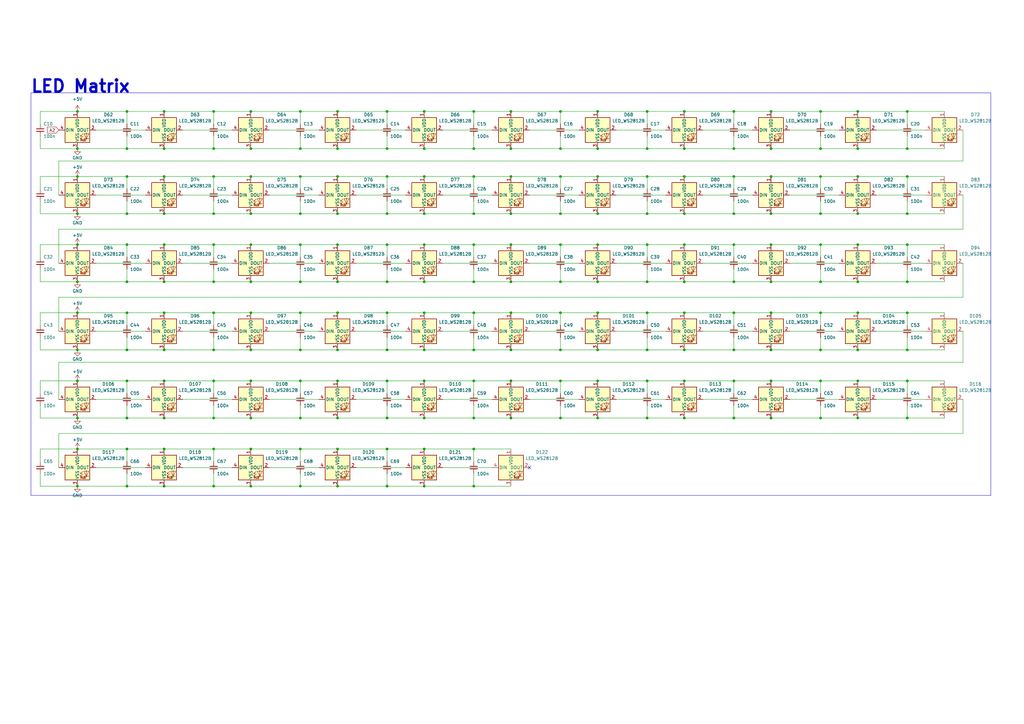
<source format=kicad_sch>
(kicad_sch (version 20231120) (generator "eeschema") (generator_version "8.0")
  (paper "A3")
  (title_block (title "RGB") (date "2025-05-11") (rev "0.1"))
  (junction (at 138.43 171.45))
  (junction (at 173.99 115.57))
  (junction (at 31.75 143.51))
  (junction (at 123.19 45.72))
  (junction (at 280.67 156.21))
  (junction (at 158.75 128.27))
  (junction (at 67.31 184.15))
  (junction (at 280.67 72.39))
  (junction (at 31.75 87.63))
  (junction (at 209.55 128.27))
  (junction (at 31.75 199.39))
  (junction (at 351.79 45.72))
  (junction (at 209.55 115.57))
  (junction (at 87.63 143.51))
  (junction (at 280.67 45.72))
  (junction (at 372.11 72.39))
  (junction (at 265.43 128.27))
  (junction (at 123.19 171.45))
  (junction (at 336.55 72.39))
  (junction (at 300.99 171.45))
  (junction (at 67.31 45.72))
  (junction (at 102.87 72.39))
  (junction (at 31.75 72.39))
  (junction (at 300.99 72.39))
  (junction (at 229.87 72.39))
  (junction (at 67.31 60.96))
  (junction (at 67.31 87.63))
  (junction (at 351.79 87.63))
  (junction (at 245.11 171.45))
  (junction (at 87.63 45.72))
  (junction (at 194.31 128.27))
  (junction (at 31.75 115.57))
  (junction (at 209.55 156.21))
  (junction (at 280.67 128.27))
  (junction (at 194.31 143.51))
  (junction (at 300.99 156.21))
  (junction (at 67.31 199.39))
  (junction (at 158.75 156.21))
  (junction (at 52.07 199.39))
  (junction (at 138.43 87.63))
  (junction (at 245.11 128.27))
  (junction (at 102.87 156.21))
  (junction (at 138.43 100.33))
  (junction (at 265.43 100.33))
  (junction (at 194.31 199.39))
  (junction (at 158.75 171.45))
  (junction (at 372.11 143.51))
  (junction (at 300.99 45.72))
  (junction (at 173.99 184.15))
  (junction (at 336.55 100.33))
  (junction (at 194.31 171.45))
  (junction (at 158.75 60.96))
  (junction (at 336.55 143.51))
  (junction (at 245.11 60.96))
  (junction (at 123.19 199.39))
  (junction (at 158.75 87.63))
  (junction (at 31.75 45.72))
  (junction (at 336.55 60.96))
  (junction (at 372.11 171.45))
  (junction (at 123.19 128.27))
  (junction (at 123.19 87.63))
  (junction (at 280.67 115.57))
  (junction (at 280.67 171.45))
  (junction (at 67.31 143.51))
  (junction (at 123.19 143.51))
  (junction (at 158.75 199.39))
  (junction (at 52.07 100.33))
  (junction (at 229.87 87.63))
  (junction (at 372.11 100.33))
  (junction (at 31.75 156.21))
  (junction (at 245.11 143.51))
  (junction (at 31.75 60.96))
  (junction (at 158.75 115.57))
  (junction (at 372.11 87.63))
  (junction (at 173.99 87.63))
  (junction (at 194.31 156.21))
  (junction (at 158.75 143.51))
  (junction (at 372.11 45.72))
  (junction (at 229.87 115.57))
  (junction (at 229.87 156.21))
  (junction (at 316.23 171.45))
  (junction (at 123.19 60.96))
  (junction (at 102.87 87.63))
  (junction (at 138.43 199.39))
  (junction (at 336.55 45.72))
  (junction (at 67.31 100.33))
  (junction (at 316.23 143.51))
  (junction (at 245.11 115.57))
  (junction (at 87.63 184.15))
  (junction (at 265.43 171.45))
  (junction (at 265.43 60.96))
  (junction (at 245.11 87.63))
  (junction (at 372.11 115.57))
  (junction (at 158.75 45.72))
  (junction (at 300.99 87.63))
  (junction (at 102.87 115.57))
  (junction (at 229.87 60.96))
  (junction (at 87.63 156.21))
  (junction (at 300.99 143.51))
  (junction (at 372.11 156.21))
  (junction (at 67.31 128.27))
  (junction (at 336.55 115.57))
  (junction (at 87.63 60.96))
  (junction (at 173.99 171.45))
  (junction (at 52.07 87.63))
  (junction (at 87.63 171.45))
  (junction (at 67.31 156.21))
  (junction (at 52.07 156.21))
  (junction (at 316.23 100.33))
  (junction (at 87.63 87.63))
  (junction (at 67.31 171.45))
  (junction (at 194.31 60.96))
  (junction (at 173.99 72.39))
  (junction (at 336.55 171.45))
  (junction (at 138.43 156.21))
  (junction (at 351.79 100.33))
  (junction (at 52.07 72.39))
  (junction (at 229.87 100.33))
  (junction (at 194.31 100.33))
  (junction (at 316.23 72.39))
  (junction (at 229.87 128.27))
  (junction (at 265.43 87.63))
  (junction (at 316.23 87.63))
  (junction (at 173.99 199.39))
  (junction (at 173.99 60.96))
  (junction (at 245.11 72.39))
  (junction (at 31.75 184.15))
  (junction (at 351.79 115.57))
  (junction (at 52.07 143.51))
  (junction (at 87.63 199.39))
  (junction (at 87.63 128.27))
  (junction (at 265.43 143.51))
  (junction (at 173.99 45.72))
  (junction (at 351.79 128.27))
  (junction (at 31.75 171.45))
  (junction (at 173.99 143.51))
  (junction (at 351.79 60.96))
  (junction (at 229.87 45.72))
  (junction (at 123.19 72.39))
  (junction (at 87.63 72.39))
  (junction (at 316.23 128.27))
  (junction (at 351.79 171.45))
  (junction (at 280.67 60.96))
  (junction (at 138.43 184.15))
  (junction (at 138.43 45.72))
  (junction (at 300.99 100.33))
  (junction (at 280.67 100.33))
  (junction (at 265.43 156.21))
  (junction (at 316.23 60.96))
  (junction (at 265.43 115.57))
  (junction (at 229.87 143.51))
  (junction (at 138.43 60.96))
  (junction (at 209.55 100.33))
  (junction (at 67.31 72.39))
  (junction (at 102.87 171.45))
  (junction (at 194.31 45.72))
  (junction (at 52.07 115.57))
  (junction (at 52.07 128.27))
  (junction (at 194.31 87.63))
  (junction (at 158.75 184.15))
  (junction (at 173.99 156.21))
  (junction (at 209.55 60.96))
  (junction (at 245.11 45.72))
  (junction (at 138.43 115.57))
  (junction (at 102.87 45.72))
  (junction (at 173.99 128.27))
  (junction (at 194.31 72.39))
  (junction (at 372.11 128.27))
  (junction (at 102.87 60.96))
  (junction (at 300.99 115.57))
  (junction (at 300.99 60.96))
  (junction (at 102.87 143.51))
  (junction (at 52.07 45.72))
  (junction (at 102.87 100.33))
  (junction (at 316.23 45.72))
  (junction (at 158.75 72.39))
  (junction (at 372.11 60.96))
  (junction (at 194.31 184.15))
  (junction (at 87.63 115.57))
  (junction (at 194.31 115.57))
  (junction (at 336.55 87.63))
  (junction (at 209.55 45.72))
  (junction (at 209.55 72.39))
  (junction (at 123.19 184.15))
  (junction (at 336.55 156.21))
  (junction (at 52.07 184.15))
  (junction (at 316.23 115.57))
  (junction (at 31.75 100.33))
  (junction (at 158.75 100.33))
  (junction (at 173.99 100.33))
  (junction (at 102.87 199.39))
  (junction (at 123.19 156.21))
  (junction (at 351.79 143.51))
  (junction (at 351.79 156.21))
  (junction (at 52.07 60.96))
  (junction (at 280.67 143.51))
  (junction (at 87.63 100.33))
  (junction (at 67.31 115.57))
  (junction (at 31.75 128.27))
  (junction (at 265.43 45.72))
  (junction (at 280.67 87.63))
  (junction (at 351.79 72.39))
  (junction (at 245.11 100.33))
  (junction (at 336.55 128.27))
  (junction (at 52.07 171.45))
  (junction (at 138.43 143.51))
  (junction (at 102.87 184.15))
  (junction (at 229.87 171.45))
  (junction (at 138.43 72.39))
  (junction (at 123.19 100.33))
  (junction (at 245.11 156.21))
  (junction (at 123.19 115.57))
  (junction (at 138.43 128.27))
  (junction (at 300.99 128.27))
  (junction (at 316.23 156.21))
  (junction (at 102.87 128.27))
  (junction (at 209.55 143.51))
  (junction (at 209.55 87.63))
  (junction (at 265.43 72.39))
  (junction (at 209.55 171.45))
  (no_connect (at 217.17 191.77))
  (wire (pts (xy 16.51 87.63) (xy 31.75 87.63)))
  (wire (pts (xy 24.13 121.92) (xy 394.97 121.92)))
  (wire (pts (xy 158.75 128.27) (xy 173.99 128.27)))
  (wire (pts (xy 138.43 156.21) (xy 158.75 156.21)))
  (wire (pts (xy 158.75 171.45) (xy 173.99 171.45)))
  (wire (pts (xy 265.43 100.33) (xy 280.67 100.33)))
  (wire (pts (xy 280.67 171.45) (xy 300.99 171.45)))
  (wire (pts (xy 123.19 184.15) (xy 123.19 189.23)))
  (wire (pts (xy 158.75 115.57) (xy 173.99 115.57)))
  (wire (pts (xy 316.23 87.63) (xy 336.55 87.63)))
  (wire (pts (xy 229.87 171.45) (xy 245.11 171.45)))
  (wire (pts (xy 372.11 100.33) (xy 372.11 105.41)))
  (wire (pts (xy 245.11 128.27) (xy 265.43 128.27)))
  (wire (pts (xy 351.79 171.45) (xy 372.11 171.45)))
  (wire (pts (xy 16.51 184.15) (xy 16.51 189.23)))
  (wire (pts (xy 194.31 199.39) (xy 209.55 199.39)))
  (wire (pts (xy 336.55 100.33) (xy 336.55 105.41)))
  (wire (pts (xy 138.43 60.96) (xy 158.75 60.96)))
  (wire (pts (xy 217.17 163.83) (xy 237.49 163.83)))
  (wire (pts (xy 280.67 87.63) (xy 300.99 87.63)))
  (wire (pts (xy 280.67 128.27) (xy 300.99 128.27)))
  (wire (pts (xy 323.85 135.89) (xy 344.17 135.89)))
  (wire (pts (xy 245.11 72.39) (xy 265.43 72.39)))
  (wire (pts (xy 229.87 166.37) (xy 229.87 171.45)))
  (wire (pts (xy 265.43 156.21) (xy 265.43 161.29)))
  (wire (pts (xy 336.55 60.96) (xy 351.79 60.96)))
  (wire (pts (xy 52.07 45.72) (xy 52.07 50.8)))
  (wire (pts (xy 138.43 184.15) (xy 158.75 184.15)))
  (wire (pts (xy 52.07 184.15) (xy 52.07 189.23)))
  (wire (pts (xy 229.87 128.27) (xy 245.11 128.27)))
  (wire (pts (xy 265.43 72.39) (xy 280.67 72.39)))
  (wire (pts (xy 102.87 60.96) (xy 123.19 60.96)))
  (wire (pts (xy 123.19 72.39) (xy 138.43 72.39)))
  (wire (pts (xy 252.73 80.01) (xy 273.05 80.01)))
  (wire (pts (xy 158.75 166.37) (xy 158.75 171.45)))
  (wire (pts (xy 245.11 87.63) (xy 265.43 87.63)))
  (wire (pts (xy 158.75 199.39) (xy 173.99 199.39)))
  (wire (pts (xy 138.43 115.57) (xy 158.75 115.57)))
  (wire (pts (xy 31.75 100.33) (xy 52.07 100.33)))
  (wire (pts (xy 158.75 72.39) (xy 173.99 72.39)))
  (wire (pts (xy 372.11 171.45) (xy 387.35 171.45)))
  (wire (pts (xy 265.43 171.45) (xy 280.67 171.45)))
  (wire (pts (xy 138.43 128.27) (xy 158.75 128.27)))
  (wire (pts (xy 102.87 100.33) (xy 123.19 100.33)))
  (wire (pts (xy 316.23 156.21) (xy 336.55 156.21)))
  (wire (pts (xy 181.61 191.77) (xy 201.93 191.77)))
  (wire (pts (xy 87.63 110.49) (xy 87.63 115.57)))
  (wire (pts (xy 110.49 53.34) (xy 130.81 53.34)))
  (wire (pts (xy 146.05 107.95) (xy 166.37 107.95)))
  (wire (pts (xy 16.51 128.27) (xy 31.75 128.27)))
  (wire (pts (xy 67.31 143.51) (xy 87.63 143.51)))
  (wire (pts (xy 280.67 45.72) (xy 300.99 45.72)))
  (wire (pts (xy 110.49 80.01) (xy 130.81 80.01)))
  (wire (pts (xy 123.19 72.39) (xy 123.19 77.47)))
  (wire (pts (xy 123.19 138.43) (xy 123.19 143.51)))
  (wire (pts (xy 300.99 55.88) (xy 300.99 60.96)))
  (wire (pts (xy 158.75 55.88) (xy 158.75 60.96)))
  (wire (pts (xy 265.43 55.88) (xy 265.43 60.96)))
  (wire (pts (xy 173.99 184.15) (xy 194.31 184.15)))
  (wire (pts (xy 31.75 171.45) (xy 52.07 171.45)))
  (wire (pts (xy 336.55 156.21) (xy 336.55 161.29)))
  (wire (pts (xy 123.19 143.51) (xy 138.43 143.51)))
  (wire (pts (xy 87.63 100.33) (xy 102.87 100.33)))
  (wire (pts (xy 74.93 80.01) (xy 95.25 80.01)))
  (wire (pts (xy 194.31 55.88) (xy 194.31 60.96)))
  (wire (pts (xy 158.75 184.15) (xy 158.75 189.23)))
  (wire (pts (xy 245.11 45.72) (xy 265.43 45.72)))
  (wire (pts (xy 372.11 72.39) (xy 372.11 77.47)))
  (wire (pts (xy 245.11 156.21) (xy 265.43 156.21)))
  (wire (pts (xy 323.85 80.01) (xy 344.17 80.01)))
  (wire (pts (xy 372.11 138.43) (xy 372.11 143.51)))
  (wire (pts (xy 16.51 194.31) (xy 16.51 199.39)))
  (wire (pts (xy 300.99 100.33) (xy 316.23 100.33)))
  (wire (pts (xy 158.75 156.21) (xy 173.99 156.21)))
  (wire (pts (xy 372.11 72.39) (xy 387.35 72.39)))
  (wire (pts (xy 394.97 177.8) (xy 394.97 163.83)))
  (wire (pts (xy 123.19 194.31) (xy 123.19 199.39)))
  (wire (pts (xy 67.31 184.15) (xy 87.63 184.15)))
  (wire (pts (xy 110.49 191.77) (xy 130.81 191.77)))
  (wire (pts (xy 123.19 128.27) (xy 138.43 128.27)))
  (wire (pts (xy 146.05 80.01) (xy 166.37 80.01)))
  (wire (pts (xy 229.87 82.55) (xy 229.87 87.63)))
  (wire (pts (xy 229.87 72.39) (xy 229.87 77.47)))
  (wire (pts (xy 52.07 171.45) (xy 67.31 171.45)))
  (wire (pts (xy 229.87 100.33) (xy 245.11 100.33)))
  (wire (pts (xy 123.19 87.63) (xy 138.43 87.63)))
  (wire (pts (xy 16.51 82.55) (xy 16.51 87.63)))
  (wire (pts (xy 52.07 156.21) (xy 52.07 161.29)))
  (wire (pts (xy 194.31 184.15) (xy 209.55 184.15)))
  (wire (pts (xy 173.99 128.27) (xy 194.31 128.27)))
  (wire (pts (xy 229.87 60.96) (xy 245.11 60.96)))
  (wire (pts (xy 138.43 72.39) (xy 158.75 72.39)))
  (wire (pts (xy 138.43 143.51) (xy 158.75 143.51)))
  (wire (pts (xy 288.29 135.89) (xy 308.61 135.89)))
  (wire (pts (xy 252.73 107.95) (xy 273.05 107.95)))
  (wire (pts (xy 336.55 128.27) (xy 336.55 133.35)))
  (wire (pts (xy 372.11 115.57) (xy 387.35 115.57)))
  (wire (pts (xy 87.63 199.39) (xy 102.87 199.39)))
  (wire (pts (xy 194.31 138.43) (xy 194.31 143.51)))
  (wire (pts (xy 217.17 53.34) (xy 237.49 53.34)))
  (wire (pts (xy 300.99 115.57) (xy 316.23 115.57)))
  (wire (pts (xy 181.61 80.01) (xy 201.93 80.01)))
  (wire (pts (xy 31.75 45.72) (xy 52.07 45.72)))
  (wire (pts (xy 316.23 143.51) (xy 336.55 143.51)))
  (wire (pts (xy 209.55 72.39) (xy 229.87 72.39)))
  (wire (pts (xy 194.31 156.21) (xy 209.55 156.21)))
  (wire (pts (xy 265.43 82.55) (xy 265.43 87.63)))
  (wire (pts (xy 300.99 72.39) (xy 300.99 77.47)))
  (wire (pts (xy 31.75 156.21) (xy 52.07 156.21)))
  (wire (pts (xy 351.79 156.21) (xy 372.11 156.21)))
  (wire (pts (xy 209.55 128.27) (xy 229.87 128.27)))
  (wire (pts (xy 31.75 60.96) (xy 52.07 60.96)))
  (wire (pts (xy 16.51 199.39) (xy 31.75 199.39)))
  (wire (pts (xy 102.87 156.21) (xy 123.19 156.21)))
  (wire (pts (xy 372.11 45.72) (xy 387.35 45.72)))
  (wire (pts (xy 194.31 166.37) (xy 194.31 171.45)))
  (wire (pts (xy 110.49 107.95) (xy 130.81 107.95)))
  (wire (pts (xy 194.31 72.39) (xy 209.55 72.39)))
  (wire (pts (xy 16.51 128.27) (xy 16.51 133.35)))
  (wire (pts (xy 123.19 166.37) (xy 123.19 171.45)))
  (wire (pts (xy 67.31 199.39) (xy 87.63 199.39)))
  (wire (pts (xy 300.99 156.21) (xy 316.23 156.21)))
  (wire (pts (xy 67.31 100.33) (xy 87.63 100.33)))
  (wire (pts (xy 372.11 156.21) (xy 387.35 156.21)))
  (wire (pts (xy 52.07 184.15) (xy 67.31 184.15)))
  (wire (pts (xy 194.31 128.27) (xy 194.31 133.35)))
  (wire (pts (xy 351.79 87.63) (xy 372.11 87.63)))
  (wire (pts (xy 158.75 100.33) (xy 158.75 105.41)))
  (wire (pts (xy 181.61 107.95) (xy 201.93 107.95)))
  (wire (pts (xy 24.13 107.95) (xy 24.13 93.98)))
  (wire (pts (xy 87.63 72.39) (xy 87.63 77.47)))
  (wire (pts (xy 123.19 156.21) (xy 138.43 156.21)))
  (wire (pts (xy 87.63 60.96) (xy 102.87 60.96)))
  (wire (pts (xy 336.55 138.43) (xy 336.55 143.51)))
  (wire (pts (xy 31.75 128.27) (xy 52.07 128.27)))
  (wire (pts (xy 336.55 45.72) (xy 336.55 50.8)))
  (wire (pts (xy 173.99 100.33) (xy 194.31 100.33)))
  (wire (pts (xy 300.99 128.27) (xy 316.23 128.27)))
  (wire (pts (xy 336.55 171.45) (xy 351.79 171.45)))
  (wire (pts (xy 102.87 184.15) (xy 123.19 184.15)))
  (wire (pts (xy 16.51 100.33) (xy 31.75 100.33)))
  (wire (pts (xy 323.85 53.34) (xy 344.17 53.34)))
  (wire (pts (xy 316.23 60.96) (xy 336.55 60.96)))
  (wire (pts (xy 146.05 135.89) (xy 166.37 135.89)))
  (wire (pts (xy 110.49 135.89) (xy 130.81 135.89)))
  (wire (pts (xy 336.55 82.55) (xy 336.55 87.63)))
  (wire (pts (xy 245.11 115.57) (xy 265.43 115.57)))
  (wire (pts (xy 87.63 156.21) (xy 87.63 161.29)))
  (wire (pts (xy 173.99 72.39) (xy 194.31 72.39)))
  (wire (pts (xy 67.31 45.72) (xy 87.63 45.72)))
  (wire (pts (xy 87.63 166.37) (xy 87.63 171.45)))
  (wire (pts (xy 158.75 45.72) (xy 173.99 45.72)))
  (wire (pts (xy 16.51 45.72) (xy 31.75 45.72)))
  (wire (pts (xy 194.31 184.15) (xy 194.31 189.23)))
  (wire (pts (xy 336.55 72.39) (xy 351.79 72.39)))
  (wire (pts (xy 123.19 199.39) (xy 138.43 199.39)))
  (wire (pts (xy 300.99 128.27) (xy 300.99 133.35)))
  (wire (pts (xy 158.75 194.31) (xy 158.75 199.39)))
  (wire (pts (xy 316.23 171.45) (xy 336.55 171.45)))
  (wire (pts (xy 31.75 72.39) (xy 52.07 72.39)))
  (wire (pts (xy 217.17 107.95) (xy 237.49 107.95)))
  (wire (pts (xy 336.55 110.49) (xy 336.55 115.57)))
  (wire (pts (xy 265.43 45.72) (xy 265.43 50.8)))
  (wire (pts (xy 245.11 60.96) (xy 265.43 60.96)))
  (wire (pts (xy 52.07 60.96) (xy 67.31 60.96)))
  (wire (pts (xy 194.31 45.72) (xy 209.55 45.72)))
  (wire (pts (xy 194.31 194.31) (xy 194.31 199.39)))
  (wire (pts (xy 123.19 60.96) (xy 138.43 60.96)))
  (wire (pts (xy 16.51 100.33) (xy 16.51 105.41)))
  (wire (pts (xy 394.97 148.59) (xy 24.13 148.59)))
  (wire (pts (xy 229.87 115.57) (xy 245.11 115.57)))
  (wire (pts (xy 123.19 171.45) (xy 138.43 171.45)))
  (wire (pts (xy 229.87 55.88) (xy 229.87 60.96)))
  (wire (pts (xy 123.19 100.33) (xy 123.19 105.41)))
  (wire (pts (xy 372.11 128.27) (xy 372.11 133.35)))
  (wire (pts (xy 110.49 163.83) (xy 130.81 163.83)))
  (wire (pts (xy 67.31 72.39) (xy 87.63 72.39)))
  (wire (pts (xy 181.61 53.34) (xy 201.93 53.34)))
  (wire (pts (xy 336.55 143.51) (xy 351.79 143.51)))
  (wire (pts (xy 52.07 138.43) (xy 52.07 143.51)))
  (wire (pts (xy 194.31 128.27) (xy 209.55 128.27)))
  (wire (pts (xy 252.73 53.34) (xy 273.05 53.34)))
  (wire (pts (xy 173.99 156.21) (xy 194.31 156.21)))
  (wire (pts (xy 194.31 82.55) (xy 194.31 87.63)))
  (wire (pts (xy 300.99 166.37) (xy 300.99 171.45)))
  (wire (pts (xy 67.31 171.45) (xy 87.63 171.45)))
  (wire (pts (xy 173.99 143.51) (xy 194.31 143.51)))
  (wire (pts (xy 229.87 100.33) (xy 229.87 105.41)))
  (wire (pts (xy 16.51 138.43) (xy 16.51 143.51)))
  (wire (pts (xy 52.07 128.27) (xy 67.31 128.27)))
  (wire (pts (xy 300.99 82.55) (xy 300.99 87.63)))
  (wire (pts (xy 31.75 87.63) (xy 52.07 87.63)))
  (wire (pts (xy 209.55 100.33) (xy 229.87 100.33)))
  (wire (pts (xy 265.43 72.39) (xy 265.43 77.47)))
  (wire (pts (xy 31.75 184.15) (xy 52.07 184.15)))
  (wire (pts (xy 181.61 163.83) (xy 201.93 163.83)))
  (wire (pts (xy 52.07 156.21) (xy 67.31 156.21)))
  (wire (pts (xy 52.07 199.39) (xy 67.31 199.39)))
  (wire (pts (xy 87.63 100.33) (xy 87.63 105.41)))
  (wire (pts (xy 359.41 53.34) (xy 379.73 53.34)))
  (wire (pts (xy 87.63 143.51) (xy 102.87 143.51)))
  (wire (pts (xy 336.55 55.88) (xy 336.55 60.96)))
  (wire (pts (xy 52.07 55.88) (xy 52.07 60.96)))
  (wire (pts (xy 173.99 199.39) (xy 194.31 199.39)))
  (wire (pts (xy 300.99 45.72) (xy 316.23 45.72)))
  (wire (pts (xy 138.43 45.72) (xy 158.75 45.72)))
  (wire (pts (xy 372.11 156.21) (xy 372.11 161.29)))
  (wire (pts (xy 39.37 135.89) (xy 59.69 135.89)))
  (wire (pts (xy 336.55 100.33) (xy 351.79 100.33)))
  (wire (pts (xy 158.75 128.27) (xy 158.75 133.35)))
  (wire (pts (xy 288.29 80.01) (xy 308.61 80.01)))
  (wire (pts (xy 300.99 72.39) (xy 316.23 72.39)))
  (wire (pts (xy 372.11 45.72) (xy 372.11 50.8)))
  (wire (pts (xy 209.55 143.51) (xy 229.87 143.51)))
  (wire (pts (xy 265.43 166.37) (xy 265.43 171.45)))
  (wire (pts (xy 67.31 87.63) (xy 87.63 87.63)))
  (wire (pts (xy 359.41 107.95) (xy 379.73 107.95)))
  (wire (pts (xy 52.07 194.31) (xy 52.07 199.39)))
  (wire (pts (xy 394.97 53.34) (xy 394.97 66.04)))
  (wire (pts (xy 146.05 191.77) (xy 166.37 191.77)))
  (wire (pts (xy 194.31 115.57) (xy 209.55 115.57)))
  (wire (pts (xy 209.55 115.57) (xy 229.87 115.57)))
  (wire (pts (xy 280.67 156.21) (xy 300.99 156.21)))
  (wire (pts (xy 229.87 87.63) (xy 245.11 87.63)))
  (wire (pts (xy 359.41 163.83) (xy 379.73 163.83)))
  (wire (pts (xy 74.93 163.83) (xy 95.25 163.83)))
  (wire (pts (xy 87.63 128.27) (xy 102.87 128.27)))
  (wire (pts (xy 288.29 163.83) (xy 308.61 163.83)))
  (wire (pts (xy 229.87 138.43) (xy 229.87 143.51)))
  (wire (pts (xy 229.87 128.27) (xy 229.87 133.35)))
  (wire (pts (xy 158.75 100.33) (xy 173.99 100.33)))
  (wire (pts (xy 394.97 66.04) (xy 24.13 66.04)))
  (wire (pts (xy 181.61 135.89) (xy 201.93 135.89)))
  (wire (pts (xy 336.55 156.21) (xy 351.79 156.21)))
  (wire (pts (xy 16.51 72.39) (xy 31.75 72.39)))
  (wire (pts (xy 39.37 107.95) (xy 59.69 107.95)))
  (wire (pts (xy 209.55 45.72) (xy 229.87 45.72)))
  (wire (pts (xy 229.87 45.72) (xy 245.11 45.72)))
  (wire (pts (xy 351.79 100.33) (xy 372.11 100.33)))
  (wire (pts (xy 394.97 107.95) (xy 394.97 121.92)))
  (wire (pts (xy 52.07 87.63) (xy 67.31 87.63)))
  (wire (pts (xy 300.99 60.96) (xy 316.23 60.96)))
  (wire (pts (xy 229.87 156.21) (xy 229.87 161.29)))
  (wire (pts (xy 52.07 128.27) (xy 52.07 133.35)))
  (wire (pts (xy 87.63 138.43) (xy 87.63 143.51)))
  (wire (pts (xy 74.93 53.34) (xy 95.25 53.34)))
  (wire (pts (xy 194.31 143.51) (xy 209.55 143.51)))
  (wire (pts (xy 123.19 55.88) (xy 123.19 60.96)))
  (wire (pts (xy 16.51 60.96) (xy 31.75 60.96)))
  (wire (pts (xy 52.07 100.33) (xy 67.31 100.33)))
  (wire (pts (xy 67.31 115.57) (xy 87.63 115.57)))
  (wire (pts (xy 300.99 143.51) (xy 316.23 143.51)))
  (wire (pts (xy 316.23 100.33) (xy 336.55 100.33)))
  (wire (pts (xy 351.79 60.96) (xy 372.11 60.96)))
  (wire (pts (xy 138.43 87.63) (xy 158.75 87.63)))
  (wire (pts (xy 194.31 72.39) (xy 194.31 77.47)))
  (wire (pts (xy 158.75 82.55) (xy 158.75 87.63)))
  (wire (pts (xy 87.63 45.72) (xy 102.87 45.72)))
  (wire (pts (xy 158.75 45.72) (xy 158.75 50.8)))
  (wire (pts (xy 300.99 138.43) (xy 300.99 143.51)))
  (wire (pts (xy 123.19 100.33) (xy 138.43 100.33)))
  (wire (pts (xy 24.13 177.8) (xy 394.97 177.8)))
  (wire (pts (xy 52.07 72.39) (xy 52.07 77.47)))
  (wire (pts (xy 394.97 93.98) (xy 394.97 80.01)))
  (wire (pts (xy 194.31 110.49) (xy 194.31 115.57)))
  (wire (pts (xy 336.55 87.63) (xy 351.79 87.63)))
  (wire (pts (xy 173.99 45.72) (xy 194.31 45.72)))
  (wire (pts (xy 336.55 166.37) (xy 336.55 171.45)))
  (wire (pts (xy 316.23 72.39) (xy 336.55 72.39)))
  (wire (pts (xy 265.43 45.72) (xy 280.67 45.72)))
  (wire (pts (xy 323.85 107.95) (xy 344.17 107.95)))
  (wire (pts (xy 394.97 135.89) (xy 394.97 148.59)))
  (wire (pts (xy 359.41 135.89) (xy 379.73 135.89)))
  (wire (pts (xy 209.55 60.96) (xy 229.87 60.96)))
  (wire (pts (xy 372.11 82.55) (xy 372.11 87.63)))
  (wire (pts (xy 194.31 60.96) (xy 209.55 60.96)))
  (wire (pts (xy 252.73 163.83) (xy 273.05 163.83)))
  (wire (pts (xy 229.87 143.51) (xy 245.11 143.51)))
  (wire (pts (xy 123.19 110.49) (xy 123.19 115.57)))
  (wire (pts (xy 372.11 60.96) (xy 387.35 60.96)))
  (wire (pts (xy 372.11 166.37) (xy 372.11 171.45)))
  (wire (pts (xy 300.99 110.49) (xy 300.99 115.57)))
  (wire (pts (xy 158.75 87.63) (xy 173.99 87.63)))
  (wire (pts (xy 351.79 143.51) (xy 372.11 143.51)))
  (wire (pts (xy 336.55 45.72) (xy 351.79 45.72)))
  (wire (pts (xy 87.63 156.21) (xy 102.87 156.21)))
  (wire (pts (xy 87.63 82.55) (xy 87.63 87.63)))
  (wire (pts (xy 39.37 191.77) (xy 59.69 191.77)))
  (wire (pts (xy 280.67 115.57) (xy 300.99 115.57)))
  (wire (pts (xy 74.93 107.95) (xy 95.25 107.95)))
  (wire (pts (xy 372.11 55.88) (xy 372.11 60.96)))
  (wire (pts (xy 351.79 128.27) (xy 372.11 128.27)))
  (wire (pts (xy 87.63 55.88) (xy 87.63 60.96)))
  (wire (pts (xy 209.55 171.45) (xy 229.87 171.45)))
  (wire (pts (xy 67.31 156.21) (xy 87.63 156.21)))
  (wire (pts (xy 138.43 171.45) (xy 158.75 171.45)))
  (wire (pts (xy 280.67 60.96) (xy 300.99 60.96)))
  (wire (pts (xy 372.11 143.51) (xy 387.35 143.51)))
  (wire (pts (xy 265.43 138.43) (xy 265.43 143.51)))
  (wire (pts (xy 158.75 72.39) (xy 158.75 77.47)))
  (wire (pts (xy 372.11 110.49) (xy 372.11 115.57)))
  (wire (pts (xy 123.19 128.27) (xy 123.19 133.35)))
  (wire (pts (xy 39.37 53.34) (xy 59.69 53.34)))
  (wire (pts (xy 102.87 72.39) (xy 123.19 72.39)))
  (wire (pts (xy 288.29 107.95) (xy 308.61 107.95)))
  (wire (pts (xy 288.29 53.34) (xy 308.61 53.34)))
  (wire (pts (xy 87.63 171.45) (xy 102.87 171.45)))
  (wire (pts (xy 173.99 115.57) (xy 194.31 115.57)))
  (wire (pts (xy 39.37 80.01) (xy 59.69 80.01)))
  (wire (pts (xy 316.23 115.57) (xy 336.55 115.57)))
  (wire (pts (xy 16.51 143.51) (xy 31.75 143.51)))
  (wire (pts (xy 24.13 93.98) (xy 394.97 93.98)))
  (wire (pts (xy 102.87 45.72) (xy 123.19 45.72)))
  (wire (pts (xy 194.31 87.63) (xy 209.55 87.63)))
  (wire (pts (xy 16.51 72.39) (xy 16.51 77.47)))
  (wire (pts (xy 265.43 128.27) (xy 280.67 128.27)))
  (wire (pts (xy 74.93 191.77) (xy 95.25 191.77)))
  (wire (pts (xy 245.11 171.45) (xy 265.43 171.45)))
  (wire (pts (xy 194.31 100.33) (xy 194.31 105.41)))
  (wire (pts (xy 265.43 156.21) (xy 280.67 156.21)))
  (wire (pts (xy 265.43 128.27) (xy 265.43 133.35)))
  (wire (pts (xy 336.55 72.39) (xy 336.55 77.47)))
  (wire (pts (xy 265.43 110.49) (xy 265.43 115.57)))
  (wire (pts (xy 265.43 100.33) (xy 265.43 105.41)))
  (wire (pts (xy 74.93 135.89) (xy 95.25 135.89)))
  (wire (pts (xy 67.31 128.27) (xy 87.63 128.27)))
  (wire (pts (xy 300.99 156.21) (xy 300.99 161.29)))
  (wire (pts (xy 173.99 87.63) (xy 194.31 87.63)))
  (wire (pts (xy 372.11 128.27) (xy 387.35 128.27)))
  (wire (pts (xy 194.31 100.33) (xy 209.55 100.33)))
  (wire (pts (xy 138.43 199.39) (xy 158.75 199.39)))
  (wire (pts (xy 265.43 143.51) (xy 280.67 143.51)))
  (wire (pts (xy 24.13 191.77) (xy 24.13 177.8)))
  (wire (pts (xy 52.07 82.55) (xy 52.07 87.63)))
  (wire (pts (xy 123.19 156.21) (xy 123.19 161.29)))
  (wire (pts (xy 52.07 166.37) (xy 52.07 171.45)))
  (wire (pts (xy 52.07 143.51) (xy 67.31 143.51)))
  (wire (pts (xy 194.31 171.45) (xy 209.55 171.45)))
  (wire (pts (xy 316.23 128.27) (xy 336.55 128.27)))
  (wire (pts (xy 217.17 135.89) (xy 237.49 135.89)))
  (wire (pts (xy 300.99 171.45) (xy 316.23 171.45)))
  (wire (pts (xy 245.11 143.51) (xy 265.43 143.51)))
  (wire (pts (xy 158.75 60.96) (xy 173.99 60.96)))
  (wire (pts (xy 87.63 87.63) (xy 102.87 87.63)))
  (wire (pts (xy 67.31 60.96) (xy 87.63 60.96)))
  (wire (pts (xy 52.07 100.33) (xy 52.07 105.41)))
  (wire (pts (xy 209.55 156.21) (xy 229.87 156.21)))
  (wire (pts (xy 102.87 115.57) (xy 123.19 115.57)))
  (wire (pts (xy 102.87 143.51) (xy 123.19 143.51)))
  (wire (pts (xy 252.73 135.89) (xy 273.05 135.89)))
  (wire (pts (xy 229.87 45.72) (xy 229.87 50.8)))
  (wire (pts (xy 102.87 87.63) (xy 123.19 87.63)))
  (wire (pts (xy 173.99 60.96) (xy 194.31 60.96)))
  (wire (pts (xy 16.51 156.21) (xy 31.75 156.21)))
  (wire (pts (xy 138.43 100.33) (xy 158.75 100.33)))
  (wire (pts (xy 16.51 45.72) (xy 16.51 50.8)))
  (wire (pts (xy 52.07 45.72) (xy 67.31 45.72)))
  (wire (pts (xy 87.63 194.31) (xy 87.63 199.39)))
  (wire (pts (xy 158.75 184.15) (xy 173.99 184.15)))
  (wire (pts (xy 123.19 45.72) (xy 123.19 50.8)))
  (wire (pts (xy 24.13 135.89) (xy 24.13 121.92)))
  (wire (pts (xy 280.67 72.39) (xy 300.99 72.39)))
  (wire (pts (xy 87.63 72.39) (xy 102.87 72.39)))
  (wire (pts (xy 87.63 184.15) (xy 102.87 184.15)))
  (wire (pts (xy 229.87 110.49) (xy 229.87 115.57)))
  (wire (pts (xy 316.23 45.72) (xy 336.55 45.72)))
  (wire (pts (xy 229.87 72.39) (xy 245.11 72.39)))
  (wire (pts (xy 123.19 45.72) (xy 138.43 45.72)))
  (wire (pts (xy 16.51 115.57) (xy 31.75 115.57)))
  (wire (pts (xy 265.43 115.57) (xy 280.67 115.57)))
  (wire (pts (xy 194.31 156.21) (xy 194.31 161.29)))
  (wire (pts (xy 146.05 163.83) (xy 166.37 163.83)))
  (wire (pts (xy 102.87 199.39) (xy 123.19 199.39)))
  (wire (pts (xy 102.87 128.27) (xy 123.19 128.27)))
  (wire (pts (xy 323.85 163.83) (xy 344.17 163.83)))
  (wire (pts (xy 194.31 45.72) (xy 194.31 50.8)))
  (wire (pts (xy 351.79 115.57) (xy 372.11 115.57)))
  (wire (pts (xy 31.75 115.57) (xy 52.07 115.57)))
  (wire (pts (xy 300.99 100.33) (xy 300.99 105.41)))
  (wire (pts (xy 16.51 55.88) (xy 16.51 60.96)))
  (wire (pts (xy 16.51 166.37) (xy 16.51 171.45)))
  (wire (pts (xy 336.55 128.27) (xy 351.79 128.27)))
  (wire (pts (xy 245.11 100.33) (xy 265.43 100.33)))
  (wire (pts (xy 16.51 156.21) (xy 16.51 161.29)))
  (wire (pts (xy 52.07 110.49) (xy 52.07 115.57)))
  (wire (pts (xy 359.41 80.01) (xy 379.73 80.01)))
  (wire (pts (xy 173.99 171.45) (xy 194.31 171.45)))
  (wire (pts (xy 280.67 143.51) (xy 300.99 143.51)))
  (wire (pts (xy 87.63 128.27) (xy 87.63 133.35)))
  (wire (pts (xy 372.11 87.63) (xy 387.35 87.63)))
  (wire (pts (xy 300.99 87.63) (xy 316.23 87.63)))
  (wire (pts (xy 123.19 184.15) (xy 138.43 184.15)))
  (wire (pts (xy 87.63 184.15) (xy 87.63 189.23)))
  (wire (pts (xy 16.51 184.15) (xy 31.75 184.15)))
  (wire (pts (xy 229.87 156.21) (xy 245.11 156.21)))
  (wire (pts (xy 351.79 45.72) (xy 372.11 45.72)))
  (wire (pts (xy 31.75 199.39) (xy 52.07 199.39)))
  (wire (pts (xy 102.87 171.45) (xy 123.19 171.45)))
  (wire (pts (xy 280.67 100.33) (xy 300.99 100.33)))
  (wire (pts (xy 265.43 60.96) (xy 280.67 60.96)))
  (wire (pts (xy 87.63 115.57) (xy 102.87 115.57)))
  (wire (pts (xy 16.51 110.49) (xy 16.51 115.57)))
  (wire (pts (xy 52.07 72.39) (xy 67.31 72.39)))
  (wire (pts (xy 39.37 163.83) (xy 59.69 163.83)))
  (wire (pts (xy 52.07 115.57) (xy 67.31 115.57)))
  (wire (pts (xy 336.55 115.57) (xy 351.79 115.57)))
  (wire (pts (xy 209.55 87.63) (xy 229.87 87.63)))
  (wire (pts (xy 158.75 138.43) (xy 158.75 143.51)))
  (wire (pts (xy 123.19 115.57) (xy 138.43 115.57)))
  (wire (pts (xy 24.13 66.04) (xy 24.13 80.01)))
  (wire (pts (xy 217.17 80.01) (xy 237.49 80.01)))
  (wire (pts (xy 158.75 156.21) (xy 158.75 161.29)))
  (wire (pts (xy 158.75 110.49) (xy 158.75 115.57)))
  (wire (pts (xy 146.05 53.34) (xy 166.37 53.34)))
  (wire (pts (xy 123.19 82.55) (xy 123.19 87.63)))
  (wire (pts (xy 300.99 45.72) (xy 300.99 50.8)))
  (wire (pts (xy 31.75 143.51) (xy 52.07 143.51)))
  (wire (pts (xy 16.51 171.45) (xy 31.75 171.45)))
  (wire (pts (xy 87.63 45.72) (xy 87.63 50.8)))
  (wire (pts (xy 351.79 72.39) (xy 372.11 72.39)))
  (wire (pts (xy 372.11 100.33) (xy 387.35 100.33)))
  (wire (pts (xy 265.43 87.63) (xy 280.67 87.63)))
  (wire (pts (xy 24.13 148.59) (xy 24.13 163.83)))
  (wire (pts (xy 158.75 143.51) (xy 173.99 143.51)))
  (rectangle (start 12.7 38.1) (end 406.4 203.2))
  (text "LED Matrix" (at 33.02 35.56 0) (effects (font (size 5 5) (thickness 1) (bold yes))))
  (global_label "A2" (shape input) (at 24.13 53.34 180) (property "Intersheetrefs" "${INTERSHEET_REFS}" (effects (hide yes))))
  (symbol (lib_id "ScottoKeebs:LED_WS2812B") (at 316.23 53.34 0) (unit 1)
    (property "Reference" "D70" (at 328.93 47.0214 0))
    (property "Value" "LED_WS2812B" (at 328.93 49.5614 0))
    (property "Footprint" "ScottoKeebs_Components:LED_WS2812B" (effects (hide yes)))
    (property "Datasheet" "https://cdn-shop.adafruit.com/datasheets/WS2812B.pdf" (effects (hide yes)))
    (property "Description" "RGB LED with integrated controller" (effects (hide yes)))
  )
  (symbol (lib_id "Device:C_Small") (at 158.75 191.77 0) (unit 1)
    (property "Reference" "C69" (at 160.02 189.23 0) (effects (justify left)))
    (property "Value" "100n" (at 160.02 194.31 0) (effects (justify left)))
    (property "Description" "Unpolarized capacitor, small symbol" (effects (hide yes)))
  )
  (symbol (lib_id "Device:C_Small") (at 194.31 163.83 0) (unit 1)
    (property "Reference" "C59" (at 195.58 161.29 0) (effects (justify left)))
    (property "Value" "100n" (at 195.58 166.37 0) (effects (justify left)))
    (property "Description" "Unpolarized capacitor, small symbol" (effects (hide yes)))
  )
  (symbol (lib_id "ScottoKeebs:LED_WS2812B") (at 138.43 80.01 0) (unit 1)
    (property "Reference" "D76" (at 151.13 73.6914 0))
    (property "Value" "LED_WS2812B" (at 151.13 76.2314 0))
    (property "Footprint" "ScottoKeebs_Components:LED_WS2812B" (effects (hide yes)))
    (property "Datasheet" "https://cdn-shop.adafruit.com/datasheets/WS2812B.pdf" (effects (hide yes)))
    (property "Description" "RGB LED with integrated controller" (effects (hide yes)))
  )
  (symbol (lib_id "ScottoKeebs:LED_WS2812B") (at 351.79 53.34 0) (unit 1)
    (property "Reference" "D71" (at 364.49 47.0214 0))
    (property "Value" "LED_WS2812B" (at 364.49 49.5614 0))
    (property "Footprint" "ScottoKeebs_Components:LED_WS2812B" (effects (hide yes)))
    (property "Datasheet" "https://cdn-shop.adafruit.com/datasheets/WS2812B.pdf" (effects (hide yes)))
    (property "Description" "RGB LED with integrated controller" (effects (hide yes)))
  )
  (symbol (lib_id "Device:C_Small") (at 87.63 191.77 0) (unit 1)
    (property "Reference" "C67" (at 88.9 189.23 0) (effects (justify left)))
    (property "Value" "100n" (at 88.9 194.31 0) (effects (justify left)))
    (property "Description" "Unpolarized capacitor, small symbol" (effects (hide yes)))
  )
  (symbol (lib_id "ScottoKeebs:LED_WS2812B") (at 209.55 53.34 0) (unit 1)
    (property "Reference" "D67" (at 222.25 47.0214 0))
    (property "Value" "LED_WS2812B" (at 222.25 49.5614 0))
    (property "Footprint" "ScottoKeebs_Components:LED_WS2812B" (effects (hide yes)))
    (property "Datasheet" "https://cdn-shop.adafruit.com/datasheets/WS2812B.pdf" (effects (hide yes)))
    (property "Description" "RGB LED with integrated controller" (effects (hide yes)))
  )
  (symbol (lib_id "power:+5V") (at 31.75 100.33 0) (unit 1)
    (property "Reference" "#PWR021" (effects (hide yes)))
    (property "Value" "+5V" (at 31.75 96.52 0))
    (property "Description" "Power symbol creates a global label with name \"+5V\"" (effects (hide yes)))
  )
  (symbol (lib_id "Device:C_Small") (at 229.87 163.83 0) (unit 1)
    (property "Reference" "C60" (at 231.14 161.29 0) (effects (justify left)))
    (property "Value" "100n" (at 231.14 166.37 0) (effects (justify left)))
    (property "Description" "Unpolarized capacitor, small symbol" (effects (hide yes)))
  )
  (symbol (lib_id "ScottoKeebs:LED_WS2812B") (at 67.31 107.95 0) (unit 1)
    (property "Reference" "D85" (at 80.01 101.6314 0))
    (property "Value" "LED_WS2812B" (at 80.01 104.1714 0))
    (property "Footprint" "ScottoKeebs_Components:LED_WS2812B" (effects (hide yes)))
    (property "Datasheet" "https://cdn-shop.adafruit.com/datasheets/WS2812B.pdf" (effects (hide yes)))
    (property "Description" "RGB LED with integrated controller" (effects (hide yes)))
  )
  (symbol (lib_id "power:+5V") (at 31.75 72.39 0) (unit 1)
    (property "Reference" "#PWR019" (effects (hide yes)))
    (property "Value" "+5V" (at 31.75 68.58 0))
    (property "Description" "Power symbol creates a global label with name \"+5V\"" (effects (hide yes)))
  )
  (symbol (lib_id "power:GND") (at 31.75 60.96 0) (unit 1)
    (property "Reference" "#PWR018" (effects (hide yes)))
    (property "Value" "GND" (at 31.75 64.77 0))
    (property "Description" "Power symbol creates a global label with name \"GND\" , ground" (effects (hide yes)))
  )
  (symbol (lib_id "ScottoKeebs:LED_WS2812B") (at 31.75 135.89 0) (unit 1)
    (property "Reference" "D95" (at 44.45 129.5714 0))
    (property "Value" "LED_WS2812B" (at 44.45 132.1114 0))
    (property "Footprint" "ScottoKeebs_Components:LED_WS2812B" (effects (hide yes)))
    (property "Datasheet" "https://cdn-shop.adafruit.com/datasheets/WS2812B.pdf" (effects (hide yes)))
    (property "Description" "RGB LED with integrated controller" (effects (hide yes)))
  )
  (symbol (lib_id "ScottoKeebs:LED_WS2812B") (at 316.23 80.01 0) (unit 1)
    (property "Reference" "D81" (at 328.93 73.6914 0))
    (property "Value" "LED_WS2812B" (at 328.93 76.2314 0))
    (property "Footprint" "ScottoKeebs_Components:LED_WS2812B" (effects (hide yes)))
    (property "Datasheet" "https://cdn-shop.adafruit.com/datasheets/WS2812B.pdf" (effects (hide yes)))
    (property "Description" "RGB LED with integrated controller" (effects (hide yes)))
  )
  (symbol (lib_id "Device:C_Small") (at 265.43 107.95 0) (unit 1)
    (property "Reference" "C39" (at 266.7 105.41 0) (effects (justify left)))
    (property "Value" "100n" (at 266.7 110.49 0) (effects (justify left)))
    (property "Description" "Unpolarized capacitor, small symbol" (effects (hide yes)))
  )
  (symbol (lib_id "Device:C_Small") (at 194.31 107.95 0) (unit 1)
    (property "Reference" "C37" (at 195.58 105.41 0) (effects (justify left)))
    (property "Value" "100n" (at 195.58 110.49 0) (effects (justify left)))
    (property "Description" "Unpolarized capacitor, small symbol" (effects (hide yes)))
  )
  (symbol (lib_id "ScottoKeebs:LED_WS2812B") (at 173.99 135.89 0) (unit 1)
    (property "Reference" "D99" (at 186.69 129.5714 0))
    (property "Value" "LED_WS2812B" (at 186.69 132.1114 0))
    (property "Footprint" "ScottoKeebs_Components:LED_WS2812B" (effects (hide yes)))
    (property "Datasheet" "https://cdn-shop.adafruit.com/datasheets/WS2812B.pdf" (effects (hide yes)))
    (property "Description" "RGB LED with integrated controller" (effects (hide yes)))
  )
  (symbol (lib_id "Device:C_Small") (at 16.51 53.34 0) (unit 1)
    (property "Reference" "C10" (at 17.78 50.8 0) (effects (justify left)))
    (property "Value" "100n" (at 17.78 55.88 0) (effects (justify left)))
    (property "Description" "Unpolarized capacitor, small symbol" (effects (hide yes)))
  )
  (symbol (lib_id "Device:C_Small") (at 372.11 53.34 0) (unit 1)
    (property "Reference" "C20" (at 373.38 50.8 0) (effects (justify left)))
    (property "Value" "100n" (at 373.38 55.88 0) (effects (justify left)))
    (property "Description" "Unpolarized capacitor, small symbol" (effects (hide yes)))
  )
  (symbol (lib_id "power:GND") (at 31.75 143.51 0) (unit 1)
    (property "Reference" "#PWR024" (effects (hide yes)))
    (property "Value" "GND" (at 31.75 147.32 0))
    (property "Description" "Power symbol creates a global label with name \"GND\" , ground" (effects (hide yes)))
  )
  (symbol (lib_id "Device:C_Small") (at 123.19 107.95 0) (unit 1)
    (property "Reference" "C35" (at 124.46 105.41 0) (effects (justify left)))
    (property "Value" "100n" (at 124.46 110.49 0) (effects (justify left)))
    (property "Description" "Unpolarized capacitor, small symbol" (effects (hide yes)))
  )
  (symbol (lib_id "ScottoKeebs:LED_WS2812B") (at 280.67 135.89 0) (unit 1)
    (property "Reference" "D102" (at 293.37 129.5714 0))
    (property "Value" "LED_WS2812B" (at 293.37 132.1114 0))
    (property "Footprint" "ScottoKeebs_Components:LED_WS2812B" (effects (hide yes)))
    (property "Datasheet" "https://cdn-shop.adafruit.com/datasheets/WS2812B.pdf" (effects (hide yes)))
    (property "Description" "RGB LED with integrated controller" (effects (hide yes)))
  )
  (symbol (lib_id "Device:C_Small") (at 300.99 163.83 0) (unit 1)
    (property "Reference" "C62" (at 302.26 161.29 0) (effects (justify left)))
    (property "Value" "100n" (at 302.26 166.37 0) (effects (justify left)))
    (property "Description" "Unpolarized capacitor, small symbol" (effects (hide yes)))
  )
  (symbol (lib_id "ScottoKeebs:LED_WS2812B") (at 316.23 135.89 0) (unit 1)
    (property "Reference" "D103" (at 328.93 129.5714 0))
    (property "Value" "LED_WS2812B" (at 328.93 132.1114 0))
    (property "Footprint" "ScottoKeebs_Components:LED_WS2812B" (effects (hide yes)))
    (property "Datasheet" "https://cdn-shop.adafruit.com/datasheets/WS2812B.pdf" (effects (hide yes)))
    (property "Description" "RGB LED with integrated controller" (effects (hide yes)))
  )
  (symbol (lib_id "ScottoKeebs:LED_WS2812B") (at 31.75 107.95 0) (unit 1)
    (property "Reference" "D84" (at 44.45 101.6314 0))
    (property "Value" "LED_WS2812B" (at 44.45 104.1714 0))
    (property "Footprint" "ScottoKeebs_Components:LED_WS2812B" (effects (hide yes)))
    (property "Datasheet" "https://cdn-shop.adafruit.com/datasheets/WS2812B.pdf" (effects (hide yes)))
    (property "Description" "RGB LED with integrated controller" (effects (hide yes)))
  )
  (symbol (lib_id "Device:C_Small") (at 123.19 135.89 0) (unit 1)
    (property "Reference" "C46" (at 124.46 133.35 0) (effects (justify left)))
    (property "Value" "100n" (at 124.46 138.43 0) (effects (justify left)))
    (property "Description" "Unpolarized capacitor, small symbol" (effects (hide yes)))
  )
  (symbol (lib_id "ScottoKeebs:LED_WS2812B") (at 280.67 80.01 0) (unit 1)
    (property "Reference" "D80" (at 293.37 73.6914 0))
    (property "Value" "LED_WS2812B" (at 293.37 76.2314 0))
    (property "Footprint" "ScottoKeebs_Components:LED_WS2812B" (effects (hide yes)))
    (property "Datasheet" "https://cdn-shop.adafruit.com/datasheets/WS2812B.pdf" (effects (hide yes)))
    (property "Description" "RGB LED with integrated controller" (effects (hide yes)))
  )
  (symbol (lib_id "ScottoKeebs:LED_WS2812B") (at 102.87 53.34 0) (unit 1)
    (property "Reference" "D64" (at 115.57 47.0214 0))
    (property "Value" "LED_WS2812B" (at 115.57 49.5614 0))
    (property "Footprint" "ScottoKeebs_Components:LED_WS2812B" (effects (hide yes)))
    (property "Datasheet" "https://cdn-shop.adafruit.com/datasheets/WS2812B.pdf" (effects (hide yes)))
    (property "Description" "RGB LED with integrated controller" (effects (hide yes)))
  )
  (symbol (lib_id "Device:C_Small") (at 16.51 191.77 0) (unit 1)
    (property "Reference" "C65" (at 17.78 189.23 0) (effects (justify left)))
    (property "Value" "100n" (at 17.78 194.31 0) (effects (justify left)))
    (property "Description" "Unpolarized capacitor, small symbol" (effects (hide yes)))
  )
  (symbol (lib_id "ScottoKeebs:LED_WS2812B") (at 209.55 163.83 0) (unit 1)
    (property "Reference" "D111" (at 222.25 157.5114 0))
    (property "Value" "LED_WS2812B" (at 222.25 160.0514 0))
    (property "Footprint" "ScottoKeebs_Components:LED_WS2812B" (effects (hide yes)))
    (property "Datasheet" "https://cdn-shop.adafruit.com/datasheets/WS2812B.pdf" (effects (hide yes)))
    (property "Description" "RGB LED with integrated controller" (effects (hide yes)))
  )
  (symbol (lib_id "power:GND") (at 31.75 171.45 0) (unit 1)
    (property "Reference" "#PWR026" (effects (hide yes)))
    (property "Value" "GND" (at 31.75 175.26 0))
    (property "Description" "Power symbol creates a global label with name \"GND\" , ground" (effects (hide yes)))
  )
  (symbol (lib_id "Device:C_Small") (at 16.51 107.95 0) (unit 1)
    (property "Reference" "C32" (at 17.78 105.41 0) (effects (justify left)))
    (property "Value" "100n" (at 17.78 110.49 0) (effects (justify left)))
    (property "Description" "Unpolarized capacitor, small symbol" (effects (hide yes)))
  )
  (symbol (lib_id "Device:C_Small") (at 229.87 135.89 0) (unit 1)
    (property "Reference" "C49" (at 231.14 133.35 0) (effects (justify left)))
    (property "Value" "100n" (at 231.14 138.43 0) (effects (justify left)))
    (property "Description" "Unpolarized capacitor, small symbol" (effects (hide yes)))
  )
  (symbol (lib_id "Device:C_Small") (at 372.11 80.01 0) (unit 1)
    (property "Reference" "C31" (at 373.38 77.47 0) (effects (justify left)))
    (property "Value" "100n" (at 373.38 82.55 0) (effects (justify left)))
    (property "Description" "Unpolarized capacitor, small symbol" (effects (hide yes)))
  )
  (symbol (lib_id "ScottoKeebs:LED_WS2812B") (at 138.43 163.83 0) (unit 1)
    (property "Reference" "D109" (at 151.13 157.5114 0))
    (property "Value" "LED_WS2812B" (at 151.13 160.0514 0))
    (property "Footprint" "ScottoKeebs_Components:LED_WS2812B" (effects (hide yes)))
    (property "Datasheet" "https://cdn-shop.adafruit.com/datasheets/WS2812B.pdf" (effects (hide yes)))
    (property "Description" "RGB LED with integrated controller" (effects (hide yes)))
  )
  (symbol (lib_id "Device:C_Small") (at 158.75 163.83 0) (unit 1)
    (property "Reference" "C58" (at 160.02 161.29 0) (effects (justify left)))
    (property "Value" "100n" (at 160.02 166.37 0) (effects (justify left)))
    (property "Description" "Unpolarized capacitor, small symbol" (effects (hide yes)))
  )
  (symbol (lib_id "ScottoKeebs:LED_WS2812B") (at 280.67 163.83 0) (unit 1)
    (property "Reference" "D113" (at 293.37 157.5114 0))
    (property "Value" "LED_WS2812B" (at 293.37 160.0514 0))
    (property "Footprint" "ScottoKeebs_Components:LED_WS2812B" (effects (hide yes)))
    (property "Datasheet" "https://cdn-shop.adafruit.com/datasheets/WS2812B.pdf" (effects (hide yes)))
    (property "Description" "RGB LED with integrated controller" (effects (hide yes)))
  )
  (symbol (lib_id "ScottoKeebs:LED_WS2812B") (at 173.99 107.95 0) (unit 1)
    (property "Reference" "D88" (at 186.69 101.6314 0))
    (property "Value" "LED_WS2812B" (at 186.69 104.1714 0))
    (property "Footprint" "ScottoKeebs_Components:LED_WS2812B" (effects (hide yes)))
    (property "Datasheet" "https://cdn-shop.adafruit.com/datasheets/WS2812B.pdf" (effects (hide yes)))
    (property "Description" "RGB LED with integrated controller" (effects (hide yes)))
  )
  (symbol (lib_id "Device:C_Small") (at 194.31 53.34 0) (unit 1)
    (property "Reference" "C15" (at 195.58 50.8 0) (effects (justify left)))
    (property "Value" "100n" (at 195.58 55.88 0) (effects (justify left)))
    (property "Description" "Unpolarized capacitor, small symbol" (effects (hide yes)))
  )
  (symbol (lib_id "Device:C_Small") (at 123.19 80.01 0) (unit 1)
    (property "Reference" "C24" (at 124.46 77.47 0) (effects (justify left)))
    (property "Value" "100n" (at 124.46 82.55 0) (effects (justify left)))
    (property "Description" "Unpolarized capacitor, small symbol" (effects (hide yes)))
  )
  (symbol (lib_id "ScottoKeebs:LED_WS2812B") (at 387.35 107.95 0) (unit 1)
    (property "Reference" "D94" (at 400.05 101.6314 0))
    (property "Value" "LED_WS2812B" (at 400.05 104.1714 0))
    (property "Footprint" "ScottoKeebs_Components:LED_WS2812B" (effects (hide yes)))
    (property "Datasheet" "https://cdn-shop.adafruit.com/datasheets/WS2812B.pdf" (effects (hide yes)))
    (property "Description" "RGB LED with integrated controller" (effects (hide yes)))
  )
  (symbol (lib_id "ScottoKeebs:LED_WS2812B") (at 102.87 163.83 0) (unit 1)
    (property "Reference" "D108" (at 115.57 157.5114 0))
    (property "Value" "LED_WS2812B" (at 115.57 160.0514 0))
    (property "Footprint" "ScottoKeebs_Components:LED_WS2812B" (effects (hide yes)))
    (property "Datasheet" "https://cdn-shop.adafruit.com/datasheets/WS2812B.pdf" (effects (hide yes)))
    (property "Description" "RGB LED with integrated controller" (effects (hide yes)))
  )
  (symbol (lib_id "ScottoKeebs:LED_WS2812B") (at 245.11 80.01 0) (unit 1)
    (property "Reference" "D79" (at 257.81 73.6914 0))
    (property "Value" "LED_WS2812B" (at 257.81 76.2314 0))
    (property "Footprint" "ScottoKeebs_Components:LED_WS2812B" (effects (hide yes)))
    (property "Datasheet" "https://cdn-shop.adafruit.com/datasheets/WS2812B.pdf" (effects (hide yes)))
    (property "Description" "RGB LED with integrated controller" (effects (hide yes)))
  )
  (symbol (lib_id "ScottoKeebs:LED_WS2812B") (at 316.23 107.95 0) (unit 1)
    (property "Reference" "D92" (at 328.93 101.6314 0))
    (property "Value" "LED_WS2812B" (at 328.93 104.1714 0))
    (property "Footprint" "ScottoKeebs_Components:LED_WS2812B" (effects (hide yes)))
    (property "Datasheet" "https://cdn-shop.adafruit.com/datasheets/WS2812B.pdf" (effects (hide yes)))
    (property "Description" "RGB LED with integrated controller" (effects (hide yes)))
  )
  (symbol (lib_id "ScottoKeebs:LED_WS2812B") (at 102.87 191.77 0) (unit 1)
    (property "Reference" "D119" (at 115.57 185.4514 0))
    (property "Value" "LED_WS2812B" (at 115.57 187.9914 0))
    (property "Footprint" "ScottoKeebs_Components:LED_WS2812B" (effects (hide yes)))
    (property "Datasheet" "https://cdn-shop.adafruit.com/datasheets/WS2812B.pdf" (effects (hide yes)))
    (property "Description" "RGB LED with integrated controller" (effects (hide yes)))
  )
  (symbol (lib_id "ScottoKeebs:LED_WS2812B") (at 209.55 191.77 0) (unit 1)
    (property "Reference" "D122" (at 222.25 185.4514 0))
    (property "Value" "LED_WS2812B" (at 222.25 187.9914 0))
    (property "Footprint" "ScottoKeebs_Components:LED_WS2812B" (effects (hide yes)))
    (property "Datasheet" "https://cdn-shop.adafruit.com/datasheets/WS2812B.pdf" (effects (hide yes)))
    (property "Description" "RGB LED with integrated controller" (effects (hide yes)))
  )
  (symbol (lib_id "Device:C_Small") (at 194.31 135.89 0) (unit 1)
    (property "Reference" "C48" (at 195.58 133.35 0) (effects (justify left)))
    (property "Value" "100n" (at 195.58 138.43 0) (effects (justify left)))
    (property "Description" "Unpolarized capacitor, small symbol" (effects (hide yes)))
  )
  (symbol (lib_id "ScottoKeebs:LED_WS2812B") (at 138.43 191.77 0) (unit 1)
    (property "Reference" "D120" (at 151.13 185.4514 0))
    (property "Value" "LED_WS2812B" (at 151.13 187.9914 0))
    (property "Footprint" "ScottoKeebs_Components:LED_WS2812B" (effects (hide yes)))
    (property "Datasheet" "https://cdn-shop.adafruit.com/datasheets/WS2812B.pdf" (effects (hide yes)))
    (property "Description" "RGB LED with integrated controller" (effects (hide yes)))
  )
  (symbol (lib_id "Device:C_Small") (at 300.99 53.34 0) (unit 1)
    (property "Reference" "C18" (at 302.26 50.8 0) (effects (justify left)))
    (property "Value" "100n" (at 302.26 55.88 0) (effects (justify left)))
    (property "Description" "Unpolarized capacitor, small symbol" (effects (hide yes)))
  )
  (symbol (lib_id "ScottoKeebs:LED_WS2812B") (at 387.35 163.83 0) (unit 1)
    (property "Reference" "D116" (at 400.05 157.5114 0))
    (property "Value" "LED_WS2812B" (at 400.05 160.0514 0))
    (property "Footprint" "ScottoKeebs_Components:LED_WS2812B" (effects (hide yes)))
    (property "Datasheet" "https://cdn-shop.adafruit.com/datasheets/WS2812B.pdf" (effects (hide yes)))
    (property "Description" "RGB LED with integrated controller" (effects (hide yes)))
  )
  (symbol (lib_id "ScottoKeebs:LED_WS2812B") (at 351.79 163.83 0) (unit 1)
    (property "Reference" "D115" (at 364.49 157.5114 0))
    (property "Value" "LED_WS2812B" (at 364.49 160.0514 0))
    (property "Footprint" "ScottoKeebs_Components:LED_WS2812B" (effects (hide yes)))
    (property "Datasheet" "https://cdn-shop.adafruit.com/datasheets/WS2812B.pdf" (effects (hide yes)))
    (property "Description" "RGB LED with integrated controller" (effects (hide yes)))
  )
  (symbol (lib_id "ScottoKeebs:LED_WS2812B") (at 387.35 80.01 0) (unit 1)
    (property "Reference" "D83" (at 400.05 73.6914 0))
    (property "Value" "LED_WS2812B" (at 400.05 76.2314 0))
    (property "Footprint" "ScottoKeebs_Components:LED_WS2812B" (effects (hide yes)))
    (property "Datasheet" "https://cdn-shop.adafruit.com/datasheets/WS2812B.pdf" (effects (hide yes)))
    (property "Description" "RGB LED with integrated controller" (effects (hide yes)))
  )
  (symbol (lib_id "power:+5V") (at 31.75 45.72 0) (unit 1)
    (property "Reference" "#PWR015" (effects (hide yes)))
    (property "Value" "+5V" (at 31.75 40.64 0))
    (property "Description" "Power symbol creates a global label with name \"+5V\"" (effects (hide yes)))
  )
  (symbol (lib_id "ScottoKeebs:LED_WS2812B") (at 67.31 53.34 0) (unit 1)
    (property "Reference" "D63" (at 80.01 47.0214 0))
    (property "Value" "LED_WS2812B" (at 80.01 49.5614 0))
    (property "Footprint" "ScottoKeebs_Components:LED_WS2812B" (effects (hide yes)))
    (property "Datasheet" "https://cdn-shop.adafruit.com/datasheets/WS2812B.pdf" (effects (hide yes)))
    (property "Description" "RGB LED with integrated controller" (effects (hide yes)))
  )
  (symbol (lib_id "ScottoKeebs:LED_WS2812B") (at 316.23 163.83 0) (unit 1)
    (property "Reference" "D114" (at 328.93 157.5114 0))
    (property "Value" "LED_WS2812B" (at 328.93 160.0514 0))
    (property "Footprint" "ScottoKeebs_Components:LED_WS2812B" (effects (hide yes)))
    (property "Datasheet" "https://cdn-shop.adafruit.com/datasheets/WS2812B.pdf" (effects (hide yes)))
    (property "Description" "RGB LED with integrated controller" (effects (hide yes)))
  )
  (symbol (lib_id "Device:C_Small") (at 158.75 80.01 0) (unit 1)
    (property "Reference" "C25" (at 160.02 77.47 0) (effects (justify left)))
    (property "Value" "100n" (at 160.02 82.55 0) (effects (justify left)))
    (property "Description" "Unpolarized capacitor, small symbol" (effects (hide yes)))
  )
  (symbol (lib_id "Device:C_Small") (at 336.55 135.89 0) (unit 1)
    (property "Reference" "C52" (at 337.82 133.35 0) (effects (justify left)))
    (property "Value" "100n" (at 337.82 138.43 0) (effects (justify left)))
    (property "Description" "Unpolarized capacitor, small symbol" (effects (hide yes)))
  )
  (symbol (lib_id "ScottoKeebs:LED_WS2812B") (at 173.99 53.34 0) (unit 1)
    (property "Reference" "D66" (at 186.69 47.0214 0))
    (property "Value" "LED_WS2812B" (at 186.69 49.5614 0))
    (property "Footprint" "ScottoKeebs_Components:LED_WS2812B" (effects (hide yes)))
    (property "Datasheet" "https://cdn-shop.adafruit.com/datasheets/WS2812B.pdf" (effects (hide yes)))
    (property "Description" "RGB LED with integrated controller" (effects (hide yes)))
  )
  (symbol (lib_id "Device:C_Small") (at 265.43 135.89 0) (unit 1)
    (property "Reference" "C50" (at 266.7 133.35 0) (effects (justify left)))
    (property "Value" "100n" (at 266.7 138.43 0) (effects (justify left)))
    (property "Description" "Unpolarized capacitor, small symbol" (effects (hide yes)))
  )
  (symbol (lib_id "ScottoKeebs:LED_WS2812B") (at 209.55 107.95 0) (unit 1)
    (property "Reference" "D89" (at 222.25 101.6314 0))
    (property "Value" "LED_WS2812B" (at 222.25 104.1714 0))
    (property "Footprint" "ScottoKeebs_Components:LED_WS2812B" (effects (hide yes)))
    (property "Datasheet" "https://cdn-shop.adafruit.com/datasheets/WS2812B.pdf" (effects (hide yes)))
    (property "Description" "RGB LED with integrated controller" (effects (hide yes)))
  )
  (symbol (lib_id "ScottoKeebs:LED_WS2812B") (at 351.79 107.95 0) (unit 1)
    (property "Reference" "D93" (at 364.49 101.6314 0))
    (property "Value" "LED_WS2812B" (at 364.49 104.1714 0))
    (property "Footprint" "ScottoKeebs_Components:LED_WS2812B" (effects (hide yes)))
    (property "Datasheet" "https://cdn-shop.adafruit.com/datasheets/WS2812B.pdf" (effects (hide yes)))
    (property "Description" "RGB LED with integrated controller" (effects (hide yes)))
  )
  (symbol (lib_id "ScottoKeebs:LED_WS2812B") (at 31.75 163.83 0) (unit 1)
    (property "Reference" "D106" (at 44.45 157.5114 0))
    (property "Value" "LED_WS2812B" (at 44.45 160.0514 0))
    (property "Footprint" "ScottoKeebs_Components:LED_WS2812B" (effects (hide yes)))
    (property "Datasheet" "https://cdn-shop.adafruit.com/datasheets/WS2812B.pdf" (effects (hide yes)))
    (property "Description" "RGB LED with integrated controller" (effects (hide yes)))
  )
  (symbol (lib_id "Device:C_Small") (at 229.87 80.01 0) (unit 1)
    (property "Reference" "C27" (at 231.14 77.47 0) (effects (justify left)))
    (property "Value" "100n" (at 231.14 82.55 0) (effects (justify left)))
    (property "Description" "Unpolarized capacitor, small symbol" (effects (hide yes)))
  )
  (symbol (lib_id "ScottoKeebs:LED_WS2812B") (at 67.31 191.77 0) (unit 1)
    (property "Reference" "D118" (at 80.01 185.4514 0))
    (property "Value" "LED_WS2812B" (at 80.01 187.9914 0))
    (property "Footprint" "ScottoKeebs_Components:LED_WS2812B" (effects (hide yes)))
    (property "Datasheet" "https://cdn-shop.adafruit.com/datasheets/WS2812B.pdf" (effects (hide yes)))
    (property "Description" "RGB LED with integrated controller" (effects (hide yes)))
  )
  (symbol (lib_id "Device:C_Small") (at 87.63 163.83 0) (unit 1)
    (property "Reference" "C56" (at 88.9 161.29 0) (effects (justify left)))
    (property "Value" "100n" (at 88.9 166.37 0) (effects (justify left)))
    (property "Description" "Unpolarized capacitor, small symbol" (effects (hide yes)))
  )
  (symbol (lib_id "Device:C_Small") (at 229.87 107.95 0) (unit 1)
    (property "Reference" "C38" (at 231.14 105.41 0) (effects (justify left)))
    (property "Value" "100n" (at 231.14 110.49 0) (effects (justify left)))
    (property "Description" "Unpolarized capacitor, small symbol" (effects (hide yes)))
  )
  (symbol (lib_id "Device:C_Small") (at 194.31 80.01 0) (unit 1)
    (property "Reference" "C26" (at 195.58 77.47 0) (effects (justify left)))
    (property "Value" "100n" (at 195.58 82.55 0) (effects (justify left)))
    (property "Description" "Unpolarized capacitor, small symbol" (effects (hide yes)))
  )
  (symbol (lib_id "power:+5V") (at 31.75 184.15 0) (unit 1)
    (property "Reference" "#PWR027" (effects (hide yes)))
    (property "Value" "+5V" (at 31.75 180.34 0))
    (property "Description" "Power symbol creates a global label with name \"+5V\"" (effects (hide yes)))
  )
  (symbol (lib_id "Device:C_Small") (at 87.63 53.34 0) (unit 1)
    (property "Reference" "C12" (at 88.9 50.8 0) (effects (justify left)))
    (property "Value" "100n" (at 88.9 55.88 0) (effects (justify left)))
    (property "Description" "Unpolarized capacitor, small symbol" (effects (hide yes)))
  )
  (symbol (lib_id "Device:C_Small") (at 52.07 53.34 0) (unit 1)
    (property "Reference" "C11" (at 53.34 50.8 0) (effects (justify left)))
    (property "Value" "100n" (at 53.34 55.88 0) (effects (justify left)))
    (property "Description" "Unpolarized capacitor, small symbol" (effects (hide yes)))
  )
  (symbol (lib_id "ScottoKeebs:LED_WS2812B") (at 245.11 53.34 0) (unit 1)
    (property "Reference" "D68" (at 257.81 47.0214 0))
    (property "Value" "LED_WS2812B" (at 257.81 49.5614 0))
    (property "Footprint" "ScottoKeebs_Components:LED_WS2812B" (effects (hide yes)))
    (property "Datasheet" "https://cdn-shop.adafruit.com/datasheets/WS2812B.pdf" (effects (hide yes)))
    (property "Description" "RGB LED with integrated controller" (effects (hide yes)))
  )
  (symbol (lib_id "Device:C_Small") (at 194.31 191.77 0) (unit 1)
    (property "Reference" "C70" (at 195.58 189.23 0) (effects (justify left)))
    (property "Value" "100n" (at 195.58 194.31 0) (effects (justify left)))
    (property "Description" "Unpolarized capacitor, small symbol" (effects (hide yes)))
  )
  (symbol (lib_id "Device:C_Small") (at 52.07 80.01 0) (unit 1)
    (property "Reference" "C22" (at 53.34 77.47 0) (effects (justify left)))
    (property "Value" "100n" (at 53.34 82.55 0) (effects (justify left)))
    (property "Description" "Unpolarized capacitor, small symbol" (effects (hide yes)))
  )
  (symbol (lib_id "power:GND") (at 31.75 115.57 0) (unit 1)
    (property "Reference" "#PWR022" (effects (hide yes)))
    (property "Value" "GND" (at 31.75 119.38 0))
    (property "Description" "Power symbol creates a global label with name \"GND\" , ground" (effects (hide yes)))
  )
  (symbol (lib_id "Device:C_Small") (at 336.55 53.34 0) (unit 1)
    (property "Reference" "C19" (at 337.82 50.8 0) (effects (justify left)))
    (property "Value" "100n" (at 337.82 55.88 0) (effects (justify left)))
    (property "Description" "Unpolarized capacitor, small symbol" (effects (hide yes)))
  )
  (symbol (lib_id "Device:C_Small") (at 52.07 135.89 0) (unit 1)
    (property "Reference" "C44" (at 53.34 133.35 0) (effects (justify left)))
    (property "Value" "100n" (at 53.34 138.43 0) (effects (justify left)))
    (property "Description" "Unpolarized capacitor, small symbol" (effects (hide yes)))
  )
  (symbol (lib_id "ScottoKeebs:LED_WS2812B") (at 102.87 80.01 0) (unit 1)
    (property "Reference" "D75" (at 115.57 73.6914 0))
    (property "Value" "LED_WS2812B" (at 115.57 76.2314 0))
    (property "Footprint" "ScottoKeebs_Components:LED_WS2812B" (effects (hide yes)))
    (property "Datasheet" "https://cdn-shop.adafruit.com/datasheets/WS2812B.pdf" (effects (hide yes)))
    (property "Description" "RGB LED with integrated controller" (effects (hide yes)))
  )
  (symbol (lib_id "Device:C_Small") (at 300.99 107.95 0) (unit 1)
    (property "Reference" "C40" (at 302.26 105.41 0) (effects (justify left)))
    (property "Value" "100n" (at 302.26 110.49 0) (effects (justify left)))
    (property "Description" "Unpolarized capacitor, small symbol" (effects (hide yes)))
  )
  (symbol (lib_id "ScottoKeebs:LED_WS2812B") (at 138.43 107.95 0) (unit 1)
    (property "Reference" "D87" (at 151.13 101.6314 0))
    (property "Value" "LED_WS2812B" (at 151.13 104.1714 0))
    (property "Footprint" "ScottoKeebs_Components:LED_WS2812B" (effects (hide yes)))
    (property "Datasheet" "https://cdn-shop.adafruit.com/datasheets/WS2812B.pdf" (effects (hide yes)))
    (property "Description" "RGB LED with integrated controller" (effects (hide yes)))
  )
  (symbol (lib_id "Device:C_Small") (at 123.19 191.77 0) (unit 1)
    (property "Reference" "C68" (at 124.46 189.23 0) (effects (justify left)))
    (property "Value" "100n" (at 124.46 194.31 0) (effects (justify left)))
    (property "Description" "Unpolarized capacitor, small symbol" (effects (hide yes)))
  )
  (symbol (lib_id "Device:C_Small") (at 87.63 80.01 0) (unit 1)
    (property "Reference" "C23" (at 88.9 77.47 0) (effects (justify left)))
    (property "Value" "100n" (at 88.9 82.55 0) (effects (justify left)))
    (property "Description" "Unpolarized capacitor, small symbol" (effects (hide yes)))
  )
  (symbol (lib_id "ScottoKeebs:LED_WS2812B") (at 280.67 53.34 0) (unit 1)
    (property "Reference" "D69" (at 293.37 47.0214 0))
    (property "Value" "LED_WS2812B" (at 293.37 49.5614 0))
    (property "Footprint" "ScottoKeebs_Components:LED_WS2812B" (effects (hide yes)))
    (property "Datasheet" "https://cdn-shop.adafruit.com/datasheets/WS2812B.pdf" (effects (hide yes)))
    (property "Description" "RGB LED with integrated controller" (effects (hide yes)))
  )
  (symbol (lib_id "power:GND") (at 31.75 87.63 0) (unit 1)
    (property "Reference" "#PWR020" (effects (hide yes)))
    (property "Value" "GND" (at 31.75 91.44 0))
    (property "Description" "Power symbol creates a global label with name \"GND\" , ground" (effects (hide yes)))
  )
  (symbol (lib_id "Device:C_Small") (at 229.87 53.34 0) (unit 1)
    (property "Reference" "C16" (at 231.14 50.8 0) (effects (justify left)))
    (property "Value" "100n" (at 231.14 55.88 0) (effects (justify left)))
    (property "Description" "Unpolarized capacitor, small symbol" (effects (hide yes)))
  )
  (symbol (lib_id "ScottoKeebs:LED_WS2812B") (at 138.43 135.89 0) (unit 1)
    (property "Reference" "D98" (at 151.13 129.5714 0))
    (property "Value" "LED_WS2812B" (at 151.13 132.1114 0))
    (property "Footprint" "ScottoKeebs_Components:LED_WS2812B" (effects (hide yes)))
    (property "Datasheet" "https://cdn-shop.adafruit.com/datasheets/WS2812B.pdf" (effects (hide yes)))
    (property "Description" "RGB LED with integrated controller" (effects (hide yes)))
  )
  (symbol (lib_id "Device:C_Small") (at 300.99 80.01 0) (unit 1)
    (property "Reference" "C29" (at 302.26 77.47 0) (effects (justify left)))
    (property "Value" "100n" (at 302.26 82.55 0) (effects (justify left)))
    (property "Description" "Unpolarized capacitor, small symbol" (effects (hide yes)))
  )
  (symbol (lib_id "Device:C_Small") (at 123.19 163.83 0) (unit 1)
    (property "Reference" "C57" (at 124.46 161.29 0) (effects (justify left)))
    (property "Value" "100n" (at 124.46 166.37 0) (effects (justify left)))
    (property "Description" "Unpolarized capacitor, small symbol" (effects (hide yes)))
  )
  (symbol (lib_id "power:GND") (at 31.75 199.39 0) (unit 1)
    (property "Reference" "#PWR028" (effects (hide yes)))
    (property "Value" "GND" (at 31.75 203.2 0))
    (property "Description" "Power symbol creates a global label with name \"GND\" , ground" (effects (hide yes)))
  )
  (symbol (lib_id "ScottoKeebs:LED_WS2812B") (at 67.31 135.89 0) (unit 1)
    (property "Reference" "D96" (at 80.01 129.5714 0))
    (property "Value" "LED_WS2812B" (at 80.01 132.1114 0))
    (property "Footprint" "ScottoKeebs_Components:LED_WS2812B" (effects (hide yes)))
    (property "Datasheet" "https://cdn-shop.adafruit.com/datasheets/WS2812B.pdf" (effects (hide yes)))
    (property "Description" "RGB LED with integrated controller" (effects (hide yes)))
  )
  (symbol (lib_id "Device:C_Small") (at 16.51 135.89 0) (unit 1)
    (property "Reference" "C43" (at 17.78 133.35 0) (effects (justify left)))
    (property "Value" "100n" (at 17.78 138.43 0) (effects (justify left)))
    (property "Description" "Unpolarized capacitor, small symbol" (effects (hide yes)))
  )
  (symbol (lib_id "ScottoKeebs:LED_WS2812B") (at 173.99 191.77 0) (unit 1)
    (property "Reference" "D121" (at 186.69 185.4514 0))
    (property "Value" "LED_WS2812B" (at 186.69 187.9914 0))
    (property "Footprint" "ScottoKeebs_Components:LED_WS2812B" (effects (hide yes)))
    (property "Datasheet" "https://cdn-shop.adafruit.com/datasheets/WS2812B.pdf" (effects (hide yes)))
    (property "Description" "RGB LED with integrated controller" (effects (hide yes)))
  )
  (symbol (lib_id "Device:C_Small") (at 52.07 107.95 0) (unit 1)
    (property "Reference" "C33" (at 53.34 105.41 0) (effects (justify left)))
    (property "Value" "100n" (at 53.34 110.49 0) (effects (justify left)))
    (property "Description" "Unpolarized capacitor, small symbol" (effects (hide yes)))
  )
  (symbol (lib_id "ScottoKeebs:LED_WS2812B") (at 138.43 53.34 0) (unit 1)
    (property "Reference" "D65" (at 151.13 47.0214 0))
    (property "Value" "LED_WS2812B" (at 151.13 49.5614 0))
    (property "Footprint" "ScottoKeebs_Components:LED_WS2812B" (effects (hide yes)))
    (property "Datasheet" "https://cdn-shop.adafruit.com/datasheets/WS2812B.pdf" (effects (hide yes)))
    (property "Description" "RGB LED with integrated controller" (effects (hide yes)))
  )
  (symbol (lib_id "ScottoKeebs:LED_WS2812B") (at 67.31 163.83 0) (unit 1)
    (property "Reference" "D107" (at 80.01 157.5114 0))
    (property "Value" "LED_WS2812B" (at 80.01 160.0514 0))
    (property "Footprint" "ScottoKeebs_Components:LED_WS2812B" (effects (hide yes)))
    (property "Datasheet" "https://cdn-shop.adafruit.com/datasheets/WS2812B.pdf" (effects (hide yes)))
    (property "Description" "RGB LED with integrated controller" (effects (hide yes)))
  )
  (symbol (lib_id "Device:C_Small") (at 16.51 80.01 0) (unit 1)
    (property "Reference" "C21" (at 17.78 77.47 0) (effects (justify left)))
    (property "Value" "100n" (at 17.78 82.55 0) (effects (justify left)))
    (property "Description" "Unpolarized capacitor, small symbol" (effects (hide yes)))
  )
  (symbol (lib_id "ScottoKeebs:LED_WS2812B") (at 351.79 80.01 0) (unit 1)
    (property "Reference" "D82" (at 364.49 73.6914 0))
    (property "Value" "LED_WS2812B" (at 364.49 76.2314 0))
    (property "Footprint" "ScottoKeebs_Components:LED_WS2812B" (effects (hide yes)))
    (property "Datasheet" "https://cdn-shop.adafruit.com/datasheets/WS2812B.pdf" (effects (hide yes)))
    (property "Description" "RGB LED with integrated controller" (effects (hide yes)))
  )
  (symbol (lib_id "ScottoKeebs:LED_WS2812B") (at 351.79 135.89 0) (unit 1)
    (property "Reference" "D104" (at 364.49 129.5714 0))
    (property "Value" "LED_WS2812B" (at 364.49 132.1114 0))
    (property "Footprint" "ScottoKeebs_Components:LED_WS2812B" (effects (hide yes)))
    (property "Datasheet" "https://cdn-shop.adafruit.com/datasheets/WS2812B.pdf" (effects (hide yes)))
    (property "Description" "RGB LED with integrated controller" (effects (hide yes)))
  )
  (symbol (lib_id "ScottoKeebs:LED_WS2812B") (at 31.75 53.34 0) (unit 1)
    (property "Reference" "D62" (at 44.45 47.0214 0))
    (property "Value" "LED_WS2812B" (at 44.45 49.5614 0))
    (property "Footprint" "ScottoKeebs_Components:LED_WS2812B" (effects (hide yes)))
    (property "Datasheet" "https://cdn-shop.adafruit.com/datasheets/WS2812B.pdf" (effects (hide yes)))
    (property "Description" "RGB LED with integrated controller" (effects (hide yes)))
  )
  (symbol (lib_id "ScottoKeebs:LED_WS2812B") (at 209.55 80.01 0) (unit 1)
    (property "Reference" "D78" (at 222.25 73.6914 0))
    (property "Value" "LED_WS2812B" (at 222.25 76.2314 0))
    (property "Footprint" "ScottoKeebs_Components:LED_WS2812B" (effects (hide yes)))
    (property "Datasheet" "https://cdn-shop.adafruit.com/datasheets/WS2812B.pdf" (effects (hide yes)))
    (property "Description" "RGB LED with integrated controller" (effects (hide yes)))
  )
  (symbol (lib_id "ScottoKeebs:LED_WS2812B") (at 173.99 80.01 0) (unit 1)
    (property "Reference" "D77" (at 186.69 73.6914 0))
    (property "Value" "LED_WS2812B" (at 186.69 76.2314 0))
    (property "Footprint" "ScottoKeebs_Components:LED_WS2812B" (effects (hide yes)))
    (property "Datasheet" "https://cdn-shop.adafruit.com/datasheets/WS2812B.pdf" (effects (hide yes)))
    (property "Description" "RGB LED with integrated controller" (effects (hide yes)))
  )
  (symbol (lib_id "ScottoKeebs:LED_WS2812B") (at 31.75 80.01 0) (unit 1)
    (property "Reference" "D73" (at 44.45 73.6914 0))
    (property "Value" "LED_WS2812B" (at 44.45 76.2314 0))
    (property "Footprint" "ScottoKeebs_Components:LED_WS2812B" (effects (hide yes)))
    (property "Datasheet" "https://cdn-shop.adafruit.com/datasheets/WS2812B.pdf" (effects (hide yes)))
    (property "Description" "RGB LED with integrated controller" (effects (hide yes)))
  )
  (symbol (lib_id "Device:C_Small") (at 372.11 107.95 0) (unit 1)
    (property "Reference" "C42" (at 373.38 105.41 0) (effects (justify left)))
    (property "Value" "100n" (at 373.38 110.49 0) (effects (justify left)))
    (property "Description" "Unpolarized capacitor, small symbol" (effects (hide yes)))
  )
  (symbol (lib_id "Device:C_Small") (at 336.55 80.01 0) (unit 1)
    (property "Reference" "C30" (at 337.82 77.47 0) (effects (justify left)))
    (property "Value" "100n" (at 337.82 82.55 0) (effects (justify left)))
    (property "Description" "Unpolarized capacitor, small symbol" (effects (hide yes)))
  )
  (symbol (lib_id "ScottoKeebs:LED_WS2812B") (at 209.55 135.89 0) (unit 1)
    (property "Reference" "D100" (at 222.25 129.5714 0))
    (property "Value" "LED_WS2812B" (at 222.25 132.1114 0))
    (property "Footprint" "ScottoKeebs_Components:LED_WS2812B" (effects (hide yes)))
    (property "Datasheet" "https://cdn-shop.adafruit.com/datasheets/WS2812B.pdf" (effects (hide yes)))
    (property "Description" "RGB LED with integrated controller" (effects (hide yes)))
  )
  (symbol (lib_id "ScottoKeebs:LED_WS2812B") (at 245.11 107.95 0) (unit 1)
    (property "Reference" "D90" (at 257.81 101.6314 0))
    (property "Value" "LED_WS2812B" (at 257.81 104.1714 0))
    (property "Footprint" "ScottoKeebs_Components:LED_WS2812B" (effects (hide yes)))
    (property "Datasheet" "https://cdn-shop.adafruit.com/datasheets/WS2812B.pdf" (effects (hide yes)))
    (property "Description" "RGB LED with integrated controller" (effects (hide yes)))
  )
  (symbol (lib_id "Device:C_Small") (at 158.75 107.95 0) (unit 1)
    (property "Reference" "C36" (at 160.02 105.41 0) (effects (justify left)))
    (property "Value" "100n" (at 160.02 110.49 0) (effects (justify left)))
    (property "Description" "Unpolarized capacitor, small symbol" (effects (hide yes)))
  )
  (symbol (lib_id "Device:C_Small") (at 87.63 135.89 0) (unit 1)
    (property "Reference" "C45" (at 88.9 133.35 0) (effects (justify left)))
    (property "Value" "100n" (at 88.9 138.43 0) (effects (justify left)))
    (property "Description" "Unpolarized capacitor, small symbol" (effects (hide yes)))
  )
  (symbol (lib_id "power:+5V") (at 31.75 128.27 0) (unit 1)
    (property "Reference" "#PWR023" (effects (hide yes)))
    (property "Value" "+5V" (at 31.75 124.46 0))
    (property "Description" "Power symbol creates a global label with name \"+5V\"" (effects (hide yes)))
  )
  (symbol (lib_id "Device:C_Small") (at 265.43 163.83 0) (unit 1)
    (property "Reference" "C61" (at 266.7 161.29 0) (effects (justify left)))
    (property "Value" "100n" (at 266.7 166.37 0) (effects (justify left)))
    (property "Description" "Unpolarized capacitor, small symbol" (effects (hide yes)))
  )
  (symbol (lib_id "Device:C_Small") (at 123.19 53.34 0) (unit 1)
    (property "Reference" "C13" (at 124.46 50.8 0) (effects (justify left)))
    (property "Value" "100n" (at 124.46 55.88 0) (effects (justify left)))
    (property "Description" "Unpolarized capacitor, small symbol" (effects (hide yes)))
  )
  (symbol (lib_id "ScottoKeebs:LED_WS2812B") (at 245.11 135.89 0) (unit 1)
    (property "Reference" "D101" (at 257.81 129.5714 0))
    (property "Value" "LED_WS2812B" (at 257.81 132.1114 0))
    (property "Footprint" "ScottoKeebs_Components:LED_WS2812B" (effects (hide yes)))
    (property "Datasheet" "https://cdn-shop.adafruit.com/datasheets/WS2812B.pdf" (effects (hide yes)))
    (property "Description" "RGB LED with integrated controller" (effects (hide yes)))
  )
  (symbol (lib_id "Device:C_Small") (at 336.55 163.83 0) (unit 1)
    (property "Reference" "C63" (at 337.82 161.29 0) (effects (justify left)))
    (property "Value" "100n" (at 337.82 166.37 0) (effects (justify left)))
    (property "Description" "Unpolarized capacitor, small symbol" (effects (hide yes)))
  )
  (symbol (lib_id "Device:C_Small") (at 265.43 53.34 0) (unit 1)
    (property "Reference" "C17" (at 266.7 50.8 0) (effects (justify left)))
    (property "Value" "100n" (at 266.7 55.88 0) (effects (justify left)))
    (property "Description" "Unpolarized capacitor, small symbol" (effects (hide yes)))
  )
  (symbol (lib_id "ScottoKeebs:LED_WS2812B") (at 67.31 80.01 0) (unit 1)
    (property "Reference" "D74" (at 80.01 73.6914 0))
    (property "Value" "LED_WS2812B" (at 80.01 76.2314 0))
    (property "Footprint" "ScottoKeebs_Components:LED_WS2812B" (effects (hide yes)))
    (property "Datasheet" "https://cdn-shop.adafruit.com/datasheets/WS2812B.pdf" (effects (hide yes)))
    (property "Description" "RGB LED with integrated controller" (effects (hide yes)))
  )
  (symbol (lib_id "ScottoKeebs:LED_WS2812B") (at 102.87 135.89 0) (unit 1)
    (property "Reference" "D97" (at 115.57 129.5714 0))
    (property "Value" "LED_WS2812B" (at 115.57 132.1114 0))
    (property "Footprint" "ScottoKeebs_Components:LED_WS2812B" (effects (hide yes)))
    (property "Datasheet" "https://cdn-shop.adafruit.com/datasheets/WS2812B.pdf" (effects (hide yes)))
    (property "Description" "RGB LED with integrated controller" (effects (hide yes)))
  )
  (symbol (lib_id "Device:C_Small") (at 16.51 163.83 0) (unit 1)
    (property "Reference" "C54" (at 17.78 161.29 0) (effects (justify left)))
    (property "Value" "100n" (at 17.78 166.37 0) (effects (justify left)))
    (property "Description" "Unpolarized capacitor, small symbol" (effects (hide yes)))
  )
  (symbol (lib_id "Device:C_Small") (at 372.11 135.89 0) (unit 1)
    (property "Reference" "C53" (at 373.38 133.35 0) (effects (justify left)))
    (property "Value" "100n" (at 373.38 138.43 0) (effects (justify left)))
    (property "Description" "Unpolarized capacitor, small symbol" (effects (hide yes)))
  )
  (symbol (lib_id "Device:C_Small") (at 52.07 163.83 0) (unit 1)
    (property "Reference" "C55" (at 53.34 161.29 0) (effects (justify left)))
    (property "Value" "100n" (at 53.34 166.37 0) (effects (justify left)))
    (property "Description" "Unpolarized capacitor, small symbol" (effects (hide yes)))
  )
  (symbol (lib_id "ScottoKeebs:LED_WS2812B") (at 245.11 163.83 0) (unit 1)
    (property "Reference" "D112" (at 257.81 157.5114 0))
    (property "Value" "LED_WS2812B" (at 257.81 160.0514 0))
    (property "Footprint" "ScottoKeebs_Components:LED_WS2812B" (effects (hide yes)))
    (property "Datasheet" "https://cdn-shop.adafruit.com/datasheets/WS2812B.pdf" (effects (hide yes)))
    (property "Description" "RGB LED with integrated controller" (effects (hide yes)))
  )
  (symbol (lib_id "Device:C_Small") (at 300.99 135.89 0) (unit 1)
    (property "Reference" "C51" (at 302.26 133.35 0) (effects (justify left)))
    (property "Value" "100n" (at 302.26 138.43 0) (effects (justify left)))
    (property "Description" "Unpolarized capacitor, small symbol" (effects (hide yes)))
  )
  (symbol (lib_id "Device:C_Small") (at 265.43 80.01 0) (unit 1)
    (property "Reference" "C28" (at 266.7 77.47 0) (effects (justify left)))
    (property "Value" "100n" (at 266.7 82.55 0) (effects (justify left)))
    (property "Description" "Unpolarized capacitor, small symbol" (effects (hide yes)))
  )
  (symbol (lib_id "Device:C_Small") (at 52.07 191.77 0) (unit 1)
    (property "Reference" "C66" (at 53.34 189.23 0) (effects (justify left)))
    (property "Value" "100n" (at 53.34 194.31 0) (effects (justify left)))
    (property "Description" "Unpolarized capacitor, small symbol" (effects (hide yes)))
  )
  (symbol (lib_id "Device:C_Small") (at 372.11 163.83 0) (unit 1)
    (property "Reference" "C64" (at 373.38 161.29 0) (effects (justify left)))
    (property "Value" "100n" (at 373.38 166.37 0) (effects (justify left)))
    (property "Description" "Unpolarized capacitor, small symbol" (effects (hide yes)))
  )
  (symbol (lib_id "ScottoKeebs:LED_WS2812B") (at 387.35 135.89 0) (unit 1)
    (property "Reference" "D105" (at 400.05 129.5714 0))
    (property "Value" "LED_WS2812B" (at 400.05 132.1114 0))
    (property "Footprint" "ScottoKeebs_Components:LED_WS2812B" (effects (hide yes)))
    (property "Datasheet" "https://cdn-shop.adafruit.com/datasheets/WS2812B.pdf" (effects (hide yes)))
    (property "Description" "RGB LED with integrated controller" (effects (hide yes)))
  )
  (symbol (lib_id "Device:C_Small") (at 336.55 107.95 0) (unit 1)
    (property "Reference" "C41" (at 337.82 105.41 0) (effects (justify left)))
    (property "Value" "100n" (at 337.82 110.49 0) (effects (justify left)))
    (property "Description" "Unpolarized capacitor, small symbol" (effects (hide yes)))
  )
  (symbol (lib_id "Device:C_Small") (at 158.75 53.34 0) (unit 1)
    (property "Reference" "C14" (at 160.02 50.8 0) (effects (justify left)))
    (property "Value" "100n" (at 160.02 55.88 0) (effects (justify left)))
    (property "Description" "Unpolarized capacitor, small symbol" (effects (hide yes)))
  )
  (symbol (lib_id "ScottoKeebs:LED_WS2812B") (at 31.75 191.77 0) (unit 1)
    (property "Reference" "D117" (at 44.45 185.4514 0))
    (property "Value" "LED_WS2812B" (at 44.45 187.9914 0))
    (property "Footprint" "ScottoKeebs_Components:LED_WS2812B" (effects (hide yes)))
    (property "Datasheet" "https://cdn-shop.adafruit.com/datasheets/WS2812B.pdf" (effects (hide yes)))
    (property "Description" "RGB LED with integrated controller" (effects (hide yes)))
  )
  (symbol (lib_id "Device:C_Small") (at 158.75 135.89 0) (unit 1)
    (property "Reference" "C47" (at 160.02 133.35 0) (effects (justify left)))
    (property "Value" "100n" (at 160.02 138.43 0) (effects (justify left)))
    (property "Description" "Unpolarized capacitor, small symbol" (effects (hide yes)))
  )
  (symbol (lib_id "ScottoKeebs:LED_WS2812B") (at 387.35 53.34 0) (unit 1)
    (property "Reference" "D72" (at 400.05 47.0214 0))
    (property "Value" "LED_WS2812B" (at 400.05 49.5614 0))
    (property "Footprint" "ScottoKeebs_Components:LED_WS2812B" (effects (hide yes)))
    (property "Datasheet" "https://cdn-shop.adafruit.com/datasheets/WS2812B.pdf" (effects (hide yes)))
    (property "Description" "RGB LED with integrated controller" (effects (hide yes)))
  )
  (symbol (lib_id "power:+5V") (at 31.75 156.21 0) (unit 1)
    (property "Reference" "#PWR025" (effects (hide yes)))
    (property "Value" "+5V" (at 31.75 152.4 0))
    (property "Description" "Power symbol creates a global label with name \"+5V\"" (effects (hide yes)))
  )
  (symbol (lib_id "ScottoKeebs:LED_WS2812B") (at 102.87 107.95 0) (unit 1)
    (property "Reference" "D86" (at 115.57 101.6314 0))
    (property "Value" "LED_WS2812B" (at 115.57 104.1714 0))
    (property "Footprint" "ScottoKeebs_Components:LED_WS2812B" (effects (hide yes)))
    (property "Datasheet" "https://cdn-shop.adafruit.com/datasheets/WS2812B.pdf" (effects (hide yes)))
    (property "Description" "RGB LED with integrated controller" (effects (hide yes)))
  )
  (symbol (lib_id "ScottoKeebs:LED_WS2812B") (at 173.99 163.83 0) (unit 1)
    (property "Reference" "D110" (at 186.69 157.5114 0))
    (property "Value" "LED_WS2812B" (at 186.69 160.0514 0))
    (property "Footprint" "ScottoKeebs_Components:LED_WS2812B" (effects (hide yes)))
    (property "Datasheet" "https://cdn-shop.adafruit.com/datasheets/WS2812B.pdf" (effects (hide yes)))
    (property "Description" "RGB LED with integrated controller" (effects (hide yes)))
  )
  (symbol (lib_id "ScottoKeebs:LED_WS2812B") (at 280.67 107.95 0) (unit 1)
    (property "Reference" "D91" (at 293.37 101.6314 0))
    (property "Value" "LED_WS2812B" (at 293.37 104.1714 0))
    (property "Footprint" "ScottoKeebs_Components:LED_WS2812B" (effects (hide yes)))
    (property "Datasheet" "https://cdn-shop.adafruit.com/datasheets/WS2812B.pdf" (effects (hide yes)))
    (property "Description" "RGB LED with integrated controller" (effects (hide yes)))
  )
  (symbol (lib_id "Device:C_Small") (at 87.63 107.95 0) (unit 1)
    (property "Reference" "C34" (at 88.9 105.41 0) (effects (justify left)))
    (property "Value" "100n" (at 88.9 110.49 0) (effects (justify left)))
    (property "Description" "Unpolarized capacitor, small symbol" (effects (hide yes)))
  )
)
</source>
